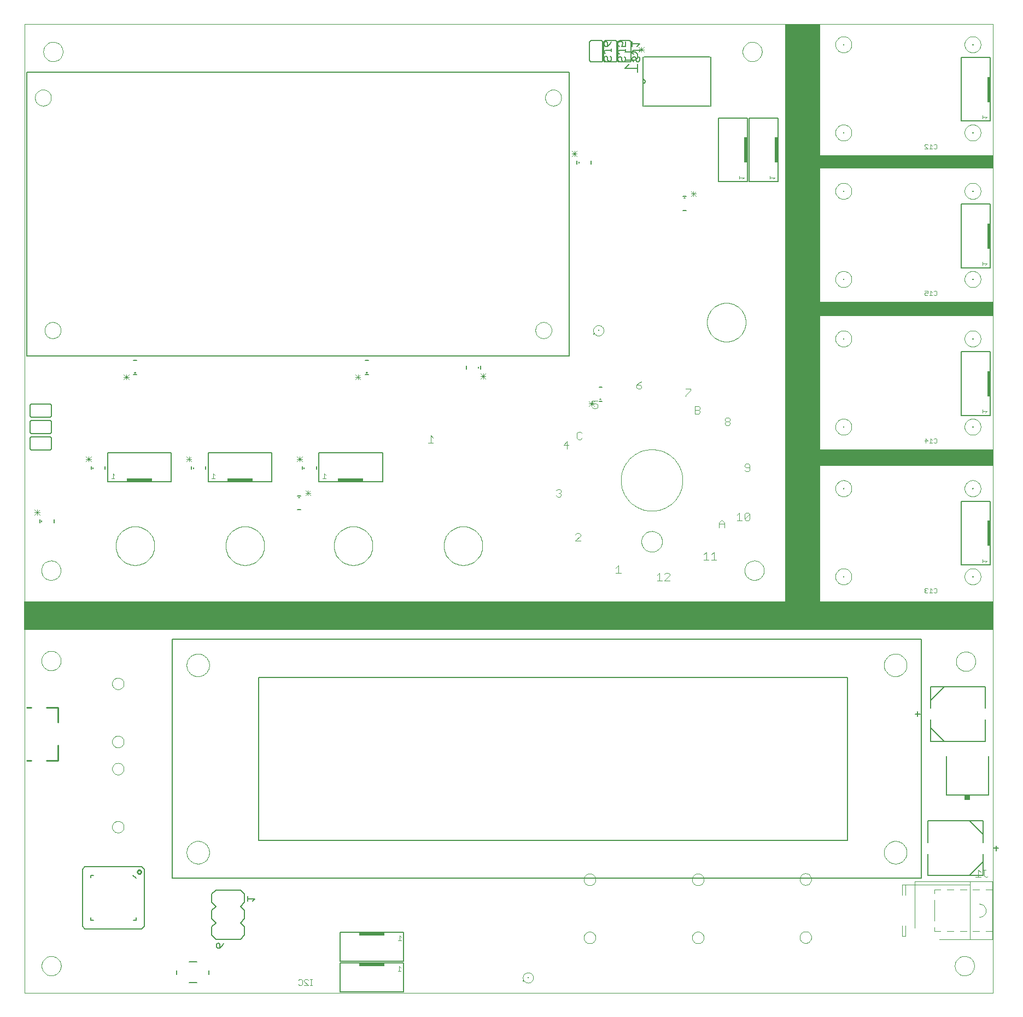
<source format=gbo>
G75*
G70*
%OFA0B0*%
%FSLAX24Y24*%
%IPPOS*%
%LPD*%
%AMOC8*
5,1,8,0,0,1.08239X$1,22.5*
%
%ADD10C,0.0000*%
%ADD11C,0.0030*%
%ADD12R,0.2125X3.5250*%
%ADD13R,5.9055X0.1750*%
%ADD14R,1.0562X0.1000*%
%ADD15R,1.0562X0.0875*%
%ADD16R,1.0562X0.0813*%
%ADD17C,0.0040*%
%ADD18C,0.0060*%
%ADD19C,0.0050*%
%ADD20C,0.0080*%
%ADD21R,0.0197X0.1575*%
%ADD22R,0.1575X0.0197*%
%ADD23C,0.0098*%
%ADD24R,0.0079X0.0079*%
%ADD25C,0.0020*%
%ADD26C,0.0005*%
%ADD27C,0.0100*%
%ADD28C,0.0039*%
%ADD29R,0.0340X0.0300*%
D10*
X001467Y000180D02*
X060522Y000180D01*
X060522Y059235D01*
X001467Y059235D01*
X001467Y000180D01*
X002517Y001821D02*
X002519Y001869D01*
X002525Y001917D01*
X002535Y001964D01*
X002548Y002010D01*
X002566Y002055D01*
X002586Y002099D01*
X002611Y002141D01*
X002639Y002180D01*
X002669Y002217D01*
X002703Y002251D01*
X002740Y002283D01*
X002778Y002312D01*
X002819Y002337D01*
X002862Y002359D01*
X002907Y002377D01*
X002953Y002391D01*
X003000Y002402D01*
X003048Y002409D01*
X003096Y002412D01*
X003144Y002411D01*
X003192Y002406D01*
X003240Y002397D01*
X003286Y002385D01*
X003331Y002368D01*
X003375Y002348D01*
X003417Y002325D01*
X003457Y002298D01*
X003495Y002268D01*
X003530Y002235D01*
X003562Y002199D01*
X003592Y002161D01*
X003618Y002120D01*
X003640Y002077D01*
X003660Y002033D01*
X003675Y001988D01*
X003687Y001941D01*
X003695Y001893D01*
X003699Y001845D01*
X003699Y001797D01*
X003695Y001749D01*
X003687Y001701D01*
X003675Y001654D01*
X003660Y001609D01*
X003640Y001565D01*
X003618Y001522D01*
X003592Y001481D01*
X003562Y001443D01*
X003530Y001407D01*
X003495Y001374D01*
X003457Y001344D01*
X003417Y001317D01*
X003375Y001294D01*
X003331Y001274D01*
X003286Y001257D01*
X003240Y001245D01*
X003192Y001236D01*
X003144Y001231D01*
X003096Y001230D01*
X003048Y001233D01*
X003000Y001240D01*
X002953Y001251D01*
X002907Y001265D01*
X002862Y001283D01*
X002819Y001305D01*
X002778Y001330D01*
X002740Y001359D01*
X002703Y001391D01*
X002669Y001425D01*
X002639Y001462D01*
X002611Y001501D01*
X002586Y001543D01*
X002566Y001587D01*
X002548Y001632D01*
X002535Y001678D01*
X002525Y001725D01*
X002519Y001773D01*
X002517Y001821D01*
X006820Y010293D02*
X006822Y010330D01*
X006828Y010367D01*
X006837Y010403D01*
X006851Y010437D01*
X006868Y010470D01*
X006888Y010502D01*
X006911Y010531D01*
X006937Y010557D01*
X006966Y010580D01*
X006997Y010600D01*
X007031Y010617D01*
X007065Y010631D01*
X007101Y010640D01*
X007138Y010646D01*
X007175Y010648D01*
X007212Y010646D01*
X007249Y010640D01*
X007285Y010631D01*
X007319Y010617D01*
X007352Y010600D01*
X007384Y010580D01*
X007413Y010557D01*
X007439Y010531D01*
X007462Y010502D01*
X007482Y010471D01*
X007499Y010437D01*
X007513Y010403D01*
X007522Y010367D01*
X007528Y010330D01*
X007530Y010293D01*
X007528Y010256D01*
X007522Y010219D01*
X007513Y010183D01*
X007499Y010149D01*
X007482Y010116D01*
X007462Y010084D01*
X007439Y010055D01*
X007413Y010029D01*
X007384Y010006D01*
X007353Y009986D01*
X007319Y009969D01*
X007285Y009955D01*
X007249Y009946D01*
X007212Y009940D01*
X007175Y009938D01*
X007138Y009940D01*
X007101Y009946D01*
X007065Y009955D01*
X007031Y009969D01*
X006998Y009986D01*
X006966Y010006D01*
X006937Y010029D01*
X006911Y010055D01*
X006888Y010084D01*
X006868Y010115D01*
X006851Y010149D01*
X006837Y010183D01*
X006828Y010219D01*
X006822Y010256D01*
X006820Y010293D01*
X006820Y013833D02*
X006822Y013870D01*
X006828Y013907D01*
X006837Y013943D01*
X006851Y013977D01*
X006868Y014010D01*
X006888Y014042D01*
X006911Y014071D01*
X006937Y014097D01*
X006966Y014120D01*
X006997Y014140D01*
X007031Y014157D01*
X007065Y014171D01*
X007101Y014180D01*
X007138Y014186D01*
X007175Y014188D01*
X007212Y014186D01*
X007249Y014180D01*
X007285Y014171D01*
X007319Y014157D01*
X007352Y014140D01*
X007384Y014120D01*
X007413Y014097D01*
X007439Y014071D01*
X007462Y014042D01*
X007482Y014011D01*
X007499Y013977D01*
X007513Y013943D01*
X007522Y013907D01*
X007528Y013870D01*
X007530Y013833D01*
X007528Y013796D01*
X007522Y013759D01*
X007513Y013723D01*
X007499Y013689D01*
X007482Y013656D01*
X007462Y013624D01*
X007439Y013595D01*
X007413Y013569D01*
X007384Y013546D01*
X007353Y013526D01*
X007319Y013509D01*
X007285Y013495D01*
X007249Y013486D01*
X007212Y013480D01*
X007175Y013478D01*
X007138Y013480D01*
X007101Y013486D01*
X007065Y013495D01*
X007031Y013509D01*
X006998Y013526D01*
X006966Y013546D01*
X006937Y013569D01*
X006911Y013595D01*
X006888Y013624D01*
X006868Y013655D01*
X006851Y013689D01*
X006837Y013723D01*
X006828Y013759D01*
X006822Y013796D01*
X006820Y013833D01*
X006820Y015488D02*
X006822Y015525D01*
X006828Y015562D01*
X006837Y015598D01*
X006851Y015632D01*
X006868Y015665D01*
X006888Y015697D01*
X006911Y015726D01*
X006937Y015752D01*
X006966Y015775D01*
X006997Y015795D01*
X007031Y015812D01*
X007065Y015826D01*
X007101Y015835D01*
X007138Y015841D01*
X007175Y015843D01*
X007212Y015841D01*
X007249Y015835D01*
X007285Y015826D01*
X007319Y015812D01*
X007352Y015795D01*
X007384Y015775D01*
X007413Y015752D01*
X007439Y015726D01*
X007462Y015697D01*
X007482Y015666D01*
X007499Y015632D01*
X007513Y015598D01*
X007522Y015562D01*
X007528Y015525D01*
X007530Y015488D01*
X007528Y015451D01*
X007522Y015414D01*
X007513Y015378D01*
X007499Y015344D01*
X007482Y015311D01*
X007462Y015279D01*
X007439Y015250D01*
X007413Y015224D01*
X007384Y015201D01*
X007353Y015181D01*
X007319Y015164D01*
X007285Y015150D01*
X007249Y015141D01*
X007212Y015135D01*
X007175Y015133D01*
X007138Y015135D01*
X007101Y015141D01*
X007065Y015150D01*
X007031Y015164D01*
X006998Y015181D01*
X006966Y015201D01*
X006937Y015224D01*
X006911Y015250D01*
X006888Y015279D01*
X006868Y015310D01*
X006851Y015344D01*
X006837Y015378D01*
X006828Y015414D01*
X006822Y015451D01*
X006820Y015488D01*
X006820Y019028D02*
X006822Y019065D01*
X006828Y019102D01*
X006837Y019138D01*
X006851Y019172D01*
X006868Y019205D01*
X006888Y019237D01*
X006911Y019266D01*
X006937Y019292D01*
X006966Y019315D01*
X006997Y019335D01*
X007031Y019352D01*
X007065Y019366D01*
X007101Y019375D01*
X007138Y019381D01*
X007175Y019383D01*
X007212Y019381D01*
X007249Y019375D01*
X007285Y019366D01*
X007319Y019352D01*
X007352Y019335D01*
X007384Y019315D01*
X007413Y019292D01*
X007439Y019266D01*
X007462Y019237D01*
X007482Y019206D01*
X007499Y019172D01*
X007513Y019138D01*
X007522Y019102D01*
X007528Y019065D01*
X007530Y019028D01*
X007528Y018991D01*
X007522Y018954D01*
X007513Y018918D01*
X007499Y018884D01*
X007482Y018851D01*
X007462Y018819D01*
X007439Y018790D01*
X007413Y018764D01*
X007384Y018741D01*
X007353Y018721D01*
X007319Y018704D01*
X007285Y018690D01*
X007249Y018681D01*
X007212Y018675D01*
X007175Y018673D01*
X007138Y018675D01*
X007101Y018681D01*
X007065Y018690D01*
X007031Y018704D01*
X006998Y018721D01*
X006966Y018741D01*
X006937Y018764D01*
X006911Y018790D01*
X006888Y018819D01*
X006868Y018850D01*
X006851Y018884D01*
X006837Y018918D01*
X006828Y018954D01*
X006822Y018991D01*
X006820Y019028D01*
X002507Y020423D02*
X002509Y020471D01*
X002515Y020519D01*
X002525Y020566D01*
X002538Y020612D01*
X002556Y020657D01*
X002576Y020701D01*
X002601Y020743D01*
X002629Y020782D01*
X002659Y020819D01*
X002693Y020853D01*
X002730Y020885D01*
X002768Y020914D01*
X002809Y020939D01*
X002852Y020961D01*
X002897Y020979D01*
X002943Y020993D01*
X002990Y021004D01*
X003038Y021011D01*
X003086Y021014D01*
X003134Y021013D01*
X003182Y021008D01*
X003230Y020999D01*
X003276Y020987D01*
X003321Y020970D01*
X003365Y020950D01*
X003407Y020927D01*
X003447Y020900D01*
X003485Y020870D01*
X003520Y020837D01*
X003552Y020801D01*
X003582Y020763D01*
X003608Y020722D01*
X003630Y020679D01*
X003650Y020635D01*
X003665Y020590D01*
X003677Y020543D01*
X003685Y020495D01*
X003689Y020447D01*
X003689Y020399D01*
X003685Y020351D01*
X003677Y020303D01*
X003665Y020256D01*
X003650Y020211D01*
X003630Y020167D01*
X003608Y020124D01*
X003582Y020083D01*
X003552Y020045D01*
X003520Y020009D01*
X003485Y019976D01*
X003447Y019946D01*
X003407Y019919D01*
X003365Y019896D01*
X003321Y019876D01*
X003276Y019859D01*
X003230Y019847D01*
X003182Y019838D01*
X003134Y019833D01*
X003086Y019832D01*
X003038Y019835D01*
X002990Y019842D01*
X002943Y019853D01*
X002897Y019867D01*
X002852Y019885D01*
X002809Y019907D01*
X002768Y019932D01*
X002730Y019961D01*
X002693Y019993D01*
X002659Y020027D01*
X002629Y020064D01*
X002601Y020103D01*
X002576Y020145D01*
X002556Y020189D01*
X002538Y020234D01*
X002525Y020280D01*
X002515Y020327D01*
X002509Y020375D01*
X002507Y020423D01*
X001467Y024305D02*
X001467Y059174D01*
X002626Y057555D02*
X002628Y057603D01*
X002634Y057651D01*
X002644Y057698D01*
X002657Y057744D01*
X002675Y057789D01*
X002695Y057833D01*
X002720Y057875D01*
X002748Y057914D01*
X002778Y057951D01*
X002812Y057985D01*
X002849Y058017D01*
X002887Y058046D01*
X002928Y058071D01*
X002971Y058093D01*
X003016Y058111D01*
X003062Y058125D01*
X003109Y058136D01*
X003157Y058143D01*
X003205Y058146D01*
X003253Y058145D01*
X003301Y058140D01*
X003349Y058131D01*
X003395Y058119D01*
X003440Y058102D01*
X003484Y058082D01*
X003526Y058059D01*
X003566Y058032D01*
X003604Y058002D01*
X003639Y057969D01*
X003671Y057933D01*
X003701Y057895D01*
X003727Y057854D01*
X003749Y057811D01*
X003769Y057767D01*
X003784Y057722D01*
X003796Y057675D01*
X003804Y057627D01*
X003808Y057579D01*
X003808Y057531D01*
X003804Y057483D01*
X003796Y057435D01*
X003784Y057388D01*
X003769Y057343D01*
X003749Y057299D01*
X003727Y057256D01*
X003701Y057215D01*
X003671Y057177D01*
X003639Y057141D01*
X003604Y057108D01*
X003566Y057078D01*
X003526Y057051D01*
X003484Y057028D01*
X003440Y057008D01*
X003395Y056991D01*
X003349Y056979D01*
X003301Y056970D01*
X003253Y056965D01*
X003205Y056964D01*
X003157Y056967D01*
X003109Y056974D01*
X003062Y056985D01*
X003016Y056999D01*
X002971Y057017D01*
X002928Y057039D01*
X002887Y057064D01*
X002849Y057093D01*
X002812Y057125D01*
X002778Y057159D01*
X002748Y057196D01*
X002720Y057235D01*
X002695Y057277D01*
X002675Y057321D01*
X002657Y057366D01*
X002644Y057412D01*
X002634Y057459D01*
X002628Y057507D01*
X002626Y057555D01*
X002114Y054742D02*
X002116Y054786D01*
X002122Y054830D01*
X002132Y054873D01*
X002145Y054915D01*
X002163Y054955D01*
X002184Y054994D01*
X002208Y055031D01*
X002235Y055066D01*
X002266Y055098D01*
X002299Y055127D01*
X002335Y055153D01*
X002373Y055175D01*
X002413Y055194D01*
X002454Y055210D01*
X002497Y055222D01*
X002540Y055230D01*
X002584Y055234D01*
X002628Y055234D01*
X002672Y055230D01*
X002715Y055222D01*
X002758Y055210D01*
X002799Y055194D01*
X002839Y055175D01*
X002877Y055153D01*
X002913Y055127D01*
X002946Y055098D01*
X002977Y055066D01*
X003004Y055031D01*
X003028Y054994D01*
X003049Y054955D01*
X003067Y054915D01*
X003080Y054873D01*
X003090Y054830D01*
X003096Y054786D01*
X003098Y054742D01*
X003096Y054698D01*
X003090Y054654D01*
X003080Y054611D01*
X003067Y054569D01*
X003049Y054529D01*
X003028Y054490D01*
X003004Y054453D01*
X002977Y054418D01*
X002946Y054386D01*
X002913Y054357D01*
X002877Y054331D01*
X002839Y054309D01*
X002799Y054290D01*
X002758Y054274D01*
X002715Y054262D01*
X002672Y054254D01*
X002628Y054250D01*
X002584Y054250D01*
X002540Y054254D01*
X002497Y054262D01*
X002454Y054274D01*
X002413Y054290D01*
X002373Y054309D01*
X002335Y054331D01*
X002299Y054357D01*
X002266Y054386D01*
X002235Y054418D01*
X002208Y054453D01*
X002184Y054490D01*
X002163Y054529D01*
X002145Y054569D01*
X002132Y054611D01*
X002122Y054654D01*
X002116Y054698D01*
X002114Y054742D01*
X002705Y040568D02*
X002707Y040612D01*
X002713Y040656D01*
X002723Y040699D01*
X002736Y040741D01*
X002754Y040781D01*
X002775Y040820D01*
X002799Y040857D01*
X002826Y040892D01*
X002857Y040924D01*
X002890Y040953D01*
X002926Y040979D01*
X002964Y041001D01*
X003004Y041020D01*
X003045Y041036D01*
X003088Y041048D01*
X003131Y041056D01*
X003175Y041060D01*
X003219Y041060D01*
X003263Y041056D01*
X003306Y041048D01*
X003349Y041036D01*
X003390Y041020D01*
X003430Y041001D01*
X003468Y040979D01*
X003504Y040953D01*
X003537Y040924D01*
X003568Y040892D01*
X003595Y040857D01*
X003619Y040820D01*
X003640Y040781D01*
X003658Y040741D01*
X003671Y040699D01*
X003681Y040656D01*
X003687Y040612D01*
X003689Y040568D01*
X003687Y040524D01*
X003681Y040480D01*
X003671Y040437D01*
X003658Y040395D01*
X003640Y040355D01*
X003619Y040316D01*
X003595Y040279D01*
X003568Y040244D01*
X003537Y040212D01*
X003504Y040183D01*
X003468Y040157D01*
X003430Y040135D01*
X003390Y040116D01*
X003349Y040100D01*
X003306Y040088D01*
X003263Y040080D01*
X003219Y040076D01*
X003175Y040076D01*
X003131Y040080D01*
X003088Y040088D01*
X003045Y040100D01*
X003004Y040116D01*
X002964Y040135D01*
X002926Y040157D01*
X002890Y040183D01*
X002857Y040212D01*
X002826Y040244D01*
X002799Y040279D01*
X002775Y040316D01*
X002754Y040355D01*
X002736Y040395D01*
X002723Y040437D01*
X002713Y040480D01*
X002707Y040524D01*
X002705Y040568D01*
X007036Y027430D02*
X007038Y027499D01*
X007044Y027567D01*
X007054Y027635D01*
X007068Y027702D01*
X007086Y027769D01*
X007107Y027834D01*
X007133Y027898D01*
X007162Y027960D01*
X007194Y028020D01*
X007230Y028079D01*
X007270Y028135D01*
X007312Y028189D01*
X007358Y028240D01*
X007407Y028289D01*
X007458Y028335D01*
X007512Y028377D01*
X007568Y028417D01*
X007626Y028453D01*
X007687Y028485D01*
X007749Y028514D01*
X007813Y028540D01*
X007878Y028561D01*
X007945Y028579D01*
X008012Y028593D01*
X008080Y028603D01*
X008148Y028609D01*
X008217Y028611D01*
X008286Y028609D01*
X008354Y028603D01*
X008422Y028593D01*
X008489Y028579D01*
X008556Y028561D01*
X008621Y028540D01*
X008685Y028514D01*
X008747Y028485D01*
X008807Y028453D01*
X008866Y028417D01*
X008922Y028377D01*
X008976Y028335D01*
X009027Y028289D01*
X009076Y028240D01*
X009122Y028189D01*
X009164Y028135D01*
X009204Y028079D01*
X009240Y028020D01*
X009272Y027960D01*
X009301Y027898D01*
X009327Y027834D01*
X009348Y027769D01*
X009366Y027702D01*
X009380Y027635D01*
X009390Y027567D01*
X009396Y027499D01*
X009398Y027430D01*
X009396Y027361D01*
X009390Y027293D01*
X009380Y027225D01*
X009366Y027158D01*
X009348Y027091D01*
X009327Y027026D01*
X009301Y026962D01*
X009272Y026900D01*
X009240Y026839D01*
X009204Y026781D01*
X009164Y026725D01*
X009122Y026671D01*
X009076Y026620D01*
X009027Y026571D01*
X008976Y026525D01*
X008922Y026483D01*
X008866Y026443D01*
X008808Y026407D01*
X008747Y026375D01*
X008685Y026346D01*
X008621Y026320D01*
X008556Y026299D01*
X008489Y026281D01*
X008422Y026267D01*
X008354Y026257D01*
X008286Y026251D01*
X008217Y026249D01*
X008148Y026251D01*
X008080Y026257D01*
X008012Y026267D01*
X007945Y026281D01*
X007878Y026299D01*
X007813Y026320D01*
X007749Y026346D01*
X007687Y026375D01*
X007626Y026407D01*
X007568Y026443D01*
X007512Y026483D01*
X007458Y026525D01*
X007407Y026571D01*
X007358Y026620D01*
X007312Y026671D01*
X007270Y026725D01*
X007230Y026781D01*
X007194Y026839D01*
X007162Y026900D01*
X007133Y026962D01*
X007107Y027026D01*
X007086Y027091D01*
X007068Y027158D01*
X007054Y027225D01*
X007044Y027293D01*
X007038Y027361D01*
X007036Y027430D01*
X002501Y025930D02*
X002503Y025978D01*
X002509Y026026D01*
X002519Y026073D01*
X002532Y026119D01*
X002550Y026164D01*
X002570Y026208D01*
X002595Y026250D01*
X002623Y026289D01*
X002653Y026326D01*
X002687Y026360D01*
X002724Y026392D01*
X002762Y026421D01*
X002803Y026446D01*
X002846Y026468D01*
X002891Y026486D01*
X002937Y026500D01*
X002984Y026511D01*
X003032Y026518D01*
X003080Y026521D01*
X003128Y026520D01*
X003176Y026515D01*
X003224Y026506D01*
X003270Y026494D01*
X003315Y026477D01*
X003359Y026457D01*
X003401Y026434D01*
X003441Y026407D01*
X003479Y026377D01*
X003514Y026344D01*
X003546Y026308D01*
X003576Y026270D01*
X003602Y026229D01*
X003624Y026186D01*
X003644Y026142D01*
X003659Y026097D01*
X003671Y026050D01*
X003679Y026002D01*
X003683Y025954D01*
X003683Y025906D01*
X003679Y025858D01*
X003671Y025810D01*
X003659Y025763D01*
X003644Y025718D01*
X003624Y025674D01*
X003602Y025631D01*
X003576Y025590D01*
X003546Y025552D01*
X003514Y025516D01*
X003479Y025483D01*
X003441Y025453D01*
X003401Y025426D01*
X003359Y025403D01*
X003315Y025383D01*
X003270Y025366D01*
X003224Y025354D01*
X003176Y025345D01*
X003128Y025340D01*
X003080Y025339D01*
X003032Y025342D01*
X002984Y025349D01*
X002937Y025360D01*
X002891Y025374D01*
X002846Y025392D01*
X002803Y025414D01*
X002762Y025439D01*
X002724Y025468D01*
X002687Y025500D01*
X002653Y025534D01*
X002623Y025571D01*
X002595Y025610D01*
X002570Y025652D01*
X002550Y025696D01*
X002532Y025741D01*
X002519Y025787D01*
X002509Y025834D01*
X002503Y025882D01*
X002501Y025930D01*
X011361Y020155D02*
X011363Y020207D01*
X011369Y020259D01*
X011379Y020310D01*
X011392Y020360D01*
X011410Y020410D01*
X011431Y020457D01*
X011455Y020503D01*
X011484Y020547D01*
X011515Y020589D01*
X011549Y020628D01*
X011586Y020665D01*
X011626Y020698D01*
X011669Y020729D01*
X011713Y020756D01*
X011759Y020780D01*
X011808Y020800D01*
X011857Y020816D01*
X011908Y020829D01*
X011959Y020838D01*
X012011Y020843D01*
X012063Y020844D01*
X012115Y020841D01*
X012167Y020834D01*
X012218Y020823D01*
X012268Y020809D01*
X012317Y020790D01*
X012364Y020768D01*
X012409Y020743D01*
X012453Y020714D01*
X012494Y020682D01*
X012533Y020647D01*
X012568Y020609D01*
X012601Y020568D01*
X012631Y020526D01*
X012657Y020481D01*
X012680Y020434D01*
X012699Y020385D01*
X012715Y020335D01*
X012727Y020285D01*
X012735Y020233D01*
X012739Y020181D01*
X012739Y020129D01*
X012735Y020077D01*
X012727Y020025D01*
X012715Y019975D01*
X012699Y019925D01*
X012680Y019876D01*
X012657Y019829D01*
X012631Y019784D01*
X012601Y019742D01*
X012568Y019701D01*
X012533Y019663D01*
X012494Y019628D01*
X012453Y019596D01*
X012409Y019567D01*
X012364Y019542D01*
X012317Y019520D01*
X012268Y019501D01*
X012218Y019487D01*
X012167Y019476D01*
X012115Y019469D01*
X012063Y019466D01*
X012011Y019467D01*
X011959Y019472D01*
X011908Y019481D01*
X011857Y019494D01*
X011808Y019510D01*
X011759Y019530D01*
X011713Y019554D01*
X011669Y019581D01*
X011626Y019612D01*
X011586Y019645D01*
X011549Y019682D01*
X011515Y019721D01*
X011484Y019763D01*
X011455Y019807D01*
X011431Y019853D01*
X011410Y019900D01*
X011392Y019950D01*
X011379Y020000D01*
X011369Y020051D01*
X011363Y020103D01*
X011361Y020155D01*
X013736Y027430D02*
X013738Y027499D01*
X013744Y027567D01*
X013754Y027635D01*
X013768Y027702D01*
X013786Y027769D01*
X013807Y027834D01*
X013833Y027898D01*
X013862Y027960D01*
X013894Y028020D01*
X013930Y028079D01*
X013970Y028135D01*
X014012Y028189D01*
X014058Y028240D01*
X014107Y028289D01*
X014158Y028335D01*
X014212Y028377D01*
X014268Y028417D01*
X014326Y028453D01*
X014387Y028485D01*
X014449Y028514D01*
X014513Y028540D01*
X014578Y028561D01*
X014645Y028579D01*
X014712Y028593D01*
X014780Y028603D01*
X014848Y028609D01*
X014917Y028611D01*
X014986Y028609D01*
X015054Y028603D01*
X015122Y028593D01*
X015189Y028579D01*
X015256Y028561D01*
X015321Y028540D01*
X015385Y028514D01*
X015447Y028485D01*
X015507Y028453D01*
X015566Y028417D01*
X015622Y028377D01*
X015676Y028335D01*
X015727Y028289D01*
X015776Y028240D01*
X015822Y028189D01*
X015864Y028135D01*
X015904Y028079D01*
X015940Y028020D01*
X015972Y027960D01*
X016001Y027898D01*
X016027Y027834D01*
X016048Y027769D01*
X016066Y027702D01*
X016080Y027635D01*
X016090Y027567D01*
X016096Y027499D01*
X016098Y027430D01*
X016096Y027361D01*
X016090Y027293D01*
X016080Y027225D01*
X016066Y027158D01*
X016048Y027091D01*
X016027Y027026D01*
X016001Y026962D01*
X015972Y026900D01*
X015940Y026839D01*
X015904Y026781D01*
X015864Y026725D01*
X015822Y026671D01*
X015776Y026620D01*
X015727Y026571D01*
X015676Y026525D01*
X015622Y026483D01*
X015566Y026443D01*
X015508Y026407D01*
X015447Y026375D01*
X015385Y026346D01*
X015321Y026320D01*
X015256Y026299D01*
X015189Y026281D01*
X015122Y026267D01*
X015054Y026257D01*
X014986Y026251D01*
X014917Y026249D01*
X014848Y026251D01*
X014780Y026257D01*
X014712Y026267D01*
X014645Y026281D01*
X014578Y026299D01*
X014513Y026320D01*
X014449Y026346D01*
X014387Y026375D01*
X014326Y026407D01*
X014268Y026443D01*
X014212Y026483D01*
X014158Y026525D01*
X014107Y026571D01*
X014058Y026620D01*
X014012Y026671D01*
X013970Y026725D01*
X013930Y026781D01*
X013894Y026839D01*
X013862Y026900D01*
X013833Y026962D01*
X013807Y027026D01*
X013786Y027091D01*
X013768Y027158D01*
X013754Y027225D01*
X013744Y027293D01*
X013738Y027361D01*
X013736Y027430D01*
X020336Y027430D02*
X020338Y027499D01*
X020344Y027567D01*
X020354Y027635D01*
X020368Y027702D01*
X020386Y027769D01*
X020407Y027834D01*
X020433Y027898D01*
X020462Y027960D01*
X020494Y028020D01*
X020530Y028079D01*
X020570Y028135D01*
X020612Y028189D01*
X020658Y028240D01*
X020707Y028289D01*
X020758Y028335D01*
X020812Y028377D01*
X020868Y028417D01*
X020926Y028453D01*
X020987Y028485D01*
X021049Y028514D01*
X021113Y028540D01*
X021178Y028561D01*
X021245Y028579D01*
X021312Y028593D01*
X021380Y028603D01*
X021448Y028609D01*
X021517Y028611D01*
X021586Y028609D01*
X021654Y028603D01*
X021722Y028593D01*
X021789Y028579D01*
X021856Y028561D01*
X021921Y028540D01*
X021985Y028514D01*
X022047Y028485D01*
X022107Y028453D01*
X022166Y028417D01*
X022222Y028377D01*
X022276Y028335D01*
X022327Y028289D01*
X022376Y028240D01*
X022422Y028189D01*
X022464Y028135D01*
X022504Y028079D01*
X022540Y028020D01*
X022572Y027960D01*
X022601Y027898D01*
X022627Y027834D01*
X022648Y027769D01*
X022666Y027702D01*
X022680Y027635D01*
X022690Y027567D01*
X022696Y027499D01*
X022698Y027430D01*
X022696Y027361D01*
X022690Y027293D01*
X022680Y027225D01*
X022666Y027158D01*
X022648Y027091D01*
X022627Y027026D01*
X022601Y026962D01*
X022572Y026900D01*
X022540Y026839D01*
X022504Y026781D01*
X022464Y026725D01*
X022422Y026671D01*
X022376Y026620D01*
X022327Y026571D01*
X022276Y026525D01*
X022222Y026483D01*
X022166Y026443D01*
X022108Y026407D01*
X022047Y026375D01*
X021985Y026346D01*
X021921Y026320D01*
X021856Y026299D01*
X021789Y026281D01*
X021722Y026267D01*
X021654Y026257D01*
X021586Y026251D01*
X021517Y026249D01*
X021448Y026251D01*
X021380Y026257D01*
X021312Y026267D01*
X021245Y026281D01*
X021178Y026299D01*
X021113Y026320D01*
X021049Y026346D01*
X020987Y026375D01*
X020926Y026407D01*
X020868Y026443D01*
X020812Y026483D01*
X020758Y026525D01*
X020707Y026571D01*
X020658Y026620D01*
X020612Y026671D01*
X020570Y026725D01*
X020530Y026781D01*
X020494Y026839D01*
X020462Y026900D01*
X020433Y026962D01*
X020407Y027026D01*
X020386Y027091D01*
X020368Y027158D01*
X020354Y027225D01*
X020344Y027293D01*
X020338Y027361D01*
X020336Y027430D01*
X027036Y027430D02*
X027038Y027499D01*
X027044Y027567D01*
X027054Y027635D01*
X027068Y027702D01*
X027086Y027769D01*
X027107Y027834D01*
X027133Y027898D01*
X027162Y027960D01*
X027194Y028020D01*
X027230Y028079D01*
X027270Y028135D01*
X027312Y028189D01*
X027358Y028240D01*
X027407Y028289D01*
X027458Y028335D01*
X027512Y028377D01*
X027568Y028417D01*
X027626Y028453D01*
X027687Y028485D01*
X027749Y028514D01*
X027813Y028540D01*
X027878Y028561D01*
X027945Y028579D01*
X028012Y028593D01*
X028080Y028603D01*
X028148Y028609D01*
X028217Y028611D01*
X028286Y028609D01*
X028354Y028603D01*
X028422Y028593D01*
X028489Y028579D01*
X028556Y028561D01*
X028621Y028540D01*
X028685Y028514D01*
X028747Y028485D01*
X028807Y028453D01*
X028866Y028417D01*
X028922Y028377D01*
X028976Y028335D01*
X029027Y028289D01*
X029076Y028240D01*
X029122Y028189D01*
X029164Y028135D01*
X029204Y028079D01*
X029240Y028020D01*
X029272Y027960D01*
X029301Y027898D01*
X029327Y027834D01*
X029348Y027769D01*
X029366Y027702D01*
X029380Y027635D01*
X029390Y027567D01*
X029396Y027499D01*
X029398Y027430D01*
X029396Y027361D01*
X029390Y027293D01*
X029380Y027225D01*
X029366Y027158D01*
X029348Y027091D01*
X029327Y027026D01*
X029301Y026962D01*
X029272Y026900D01*
X029240Y026839D01*
X029204Y026781D01*
X029164Y026725D01*
X029122Y026671D01*
X029076Y026620D01*
X029027Y026571D01*
X028976Y026525D01*
X028922Y026483D01*
X028866Y026443D01*
X028808Y026407D01*
X028747Y026375D01*
X028685Y026346D01*
X028621Y026320D01*
X028556Y026299D01*
X028489Y026281D01*
X028422Y026267D01*
X028354Y026257D01*
X028286Y026251D01*
X028217Y026249D01*
X028148Y026251D01*
X028080Y026257D01*
X028012Y026267D01*
X027945Y026281D01*
X027878Y026299D01*
X027813Y026320D01*
X027749Y026346D01*
X027687Y026375D01*
X027626Y026407D01*
X027568Y026443D01*
X027512Y026483D01*
X027458Y026525D01*
X027407Y026571D01*
X027358Y026620D01*
X027312Y026671D01*
X027270Y026725D01*
X027230Y026781D01*
X027194Y026839D01*
X027162Y026900D01*
X027133Y026962D01*
X027107Y027026D01*
X027086Y027091D01*
X027068Y027158D01*
X027054Y027225D01*
X027044Y027293D01*
X027038Y027361D01*
X027036Y027430D01*
X039087Y027690D02*
X039089Y027740D01*
X039095Y027790D01*
X039105Y027839D01*
X039119Y027887D01*
X039136Y027934D01*
X039157Y027979D01*
X039182Y028023D01*
X039210Y028064D01*
X039242Y028103D01*
X039276Y028140D01*
X039313Y028174D01*
X039353Y028204D01*
X039395Y028231D01*
X039439Y028255D01*
X039485Y028276D01*
X039532Y028292D01*
X039580Y028305D01*
X039630Y028314D01*
X039679Y028319D01*
X039730Y028320D01*
X039780Y028317D01*
X039829Y028310D01*
X039878Y028299D01*
X039926Y028284D01*
X039972Y028266D01*
X040017Y028244D01*
X040060Y028218D01*
X040101Y028189D01*
X040140Y028157D01*
X040176Y028122D01*
X040208Y028084D01*
X040238Y028044D01*
X040265Y028001D01*
X040288Y027957D01*
X040307Y027911D01*
X040323Y027863D01*
X040335Y027814D01*
X040343Y027765D01*
X040347Y027715D01*
X040347Y027665D01*
X040343Y027615D01*
X040335Y027566D01*
X040323Y027517D01*
X040307Y027469D01*
X040288Y027423D01*
X040265Y027379D01*
X040238Y027336D01*
X040208Y027296D01*
X040176Y027258D01*
X040140Y027223D01*
X040101Y027191D01*
X040060Y027162D01*
X040017Y027136D01*
X039972Y027114D01*
X039926Y027096D01*
X039878Y027081D01*
X039829Y027070D01*
X039780Y027063D01*
X039730Y027060D01*
X039679Y027061D01*
X039630Y027066D01*
X039580Y027075D01*
X039532Y027088D01*
X039485Y027104D01*
X039439Y027125D01*
X039395Y027149D01*
X039353Y027176D01*
X039313Y027206D01*
X039276Y027240D01*
X039242Y027277D01*
X039210Y027316D01*
X039182Y027357D01*
X039157Y027401D01*
X039136Y027446D01*
X039119Y027493D01*
X039105Y027541D01*
X039095Y027590D01*
X039089Y027640D01*
X039087Y027690D01*
X037842Y031430D02*
X037844Y031522D01*
X037851Y031614D01*
X037862Y031705D01*
X037878Y031796D01*
X037898Y031886D01*
X037923Y031974D01*
X037952Y032062D01*
X037985Y032148D01*
X038022Y032232D01*
X038063Y032314D01*
X038109Y032394D01*
X038158Y032472D01*
X038211Y032547D01*
X038268Y032619D01*
X038328Y032689D01*
X038391Y032756D01*
X038458Y032819D01*
X038528Y032879D01*
X038600Y032936D01*
X038675Y032989D01*
X038753Y033038D01*
X038833Y033084D01*
X038915Y033125D01*
X038999Y033162D01*
X039085Y033195D01*
X039173Y033224D01*
X039261Y033249D01*
X039351Y033269D01*
X039442Y033285D01*
X039533Y033296D01*
X039625Y033303D01*
X039717Y033305D01*
X039809Y033303D01*
X039901Y033296D01*
X039992Y033285D01*
X040083Y033269D01*
X040173Y033249D01*
X040261Y033224D01*
X040349Y033195D01*
X040435Y033162D01*
X040519Y033125D01*
X040601Y033084D01*
X040681Y033038D01*
X040759Y032989D01*
X040834Y032936D01*
X040906Y032879D01*
X040976Y032819D01*
X041043Y032756D01*
X041106Y032689D01*
X041166Y032619D01*
X041223Y032547D01*
X041276Y032472D01*
X041325Y032394D01*
X041371Y032314D01*
X041412Y032232D01*
X041449Y032148D01*
X041482Y032062D01*
X041511Y031974D01*
X041536Y031886D01*
X041556Y031796D01*
X041572Y031705D01*
X041583Y031614D01*
X041590Y031522D01*
X041592Y031430D01*
X041590Y031338D01*
X041583Y031246D01*
X041572Y031155D01*
X041556Y031064D01*
X041536Y030974D01*
X041511Y030886D01*
X041482Y030798D01*
X041449Y030712D01*
X041412Y030628D01*
X041371Y030546D01*
X041325Y030466D01*
X041276Y030388D01*
X041223Y030313D01*
X041166Y030241D01*
X041106Y030171D01*
X041043Y030104D01*
X040976Y030041D01*
X040906Y029981D01*
X040834Y029924D01*
X040759Y029871D01*
X040681Y029822D01*
X040601Y029776D01*
X040519Y029735D01*
X040435Y029698D01*
X040349Y029665D01*
X040261Y029636D01*
X040173Y029611D01*
X040083Y029591D01*
X039992Y029575D01*
X039901Y029564D01*
X039809Y029557D01*
X039717Y029555D01*
X039625Y029557D01*
X039533Y029564D01*
X039442Y029575D01*
X039351Y029591D01*
X039261Y029611D01*
X039173Y029636D01*
X039085Y029665D01*
X038999Y029698D01*
X038915Y029735D01*
X038833Y029776D01*
X038753Y029822D01*
X038675Y029871D01*
X038600Y029924D01*
X038528Y029981D01*
X038458Y030041D01*
X038391Y030104D01*
X038328Y030171D01*
X038268Y030241D01*
X038211Y030313D01*
X038158Y030388D01*
X038109Y030466D01*
X038063Y030546D01*
X038022Y030628D01*
X037985Y030712D01*
X037952Y030798D01*
X037923Y030886D01*
X037898Y030974D01*
X037878Y031064D01*
X037862Y031155D01*
X037851Y031246D01*
X037844Y031338D01*
X037842Y031430D01*
X045376Y025930D02*
X045378Y025978D01*
X045384Y026026D01*
X045394Y026073D01*
X045407Y026119D01*
X045425Y026164D01*
X045445Y026208D01*
X045470Y026250D01*
X045498Y026289D01*
X045528Y026326D01*
X045562Y026360D01*
X045599Y026392D01*
X045637Y026421D01*
X045678Y026446D01*
X045721Y026468D01*
X045766Y026486D01*
X045812Y026500D01*
X045859Y026511D01*
X045907Y026518D01*
X045955Y026521D01*
X046003Y026520D01*
X046051Y026515D01*
X046099Y026506D01*
X046145Y026494D01*
X046190Y026477D01*
X046234Y026457D01*
X046276Y026434D01*
X046316Y026407D01*
X046354Y026377D01*
X046389Y026344D01*
X046421Y026308D01*
X046451Y026270D01*
X046477Y026229D01*
X046499Y026186D01*
X046519Y026142D01*
X046534Y026097D01*
X046546Y026050D01*
X046554Y026002D01*
X046558Y025954D01*
X046558Y025906D01*
X046554Y025858D01*
X046546Y025810D01*
X046534Y025763D01*
X046519Y025718D01*
X046499Y025674D01*
X046477Y025631D01*
X046451Y025590D01*
X046421Y025552D01*
X046389Y025516D01*
X046354Y025483D01*
X046316Y025453D01*
X046276Y025426D01*
X046234Y025403D01*
X046190Y025383D01*
X046145Y025366D01*
X046099Y025354D01*
X046051Y025345D01*
X046003Y025340D01*
X045955Y025339D01*
X045907Y025342D01*
X045859Y025349D01*
X045812Y025360D01*
X045766Y025374D01*
X045721Y025392D01*
X045678Y025414D01*
X045637Y025439D01*
X045599Y025468D01*
X045562Y025500D01*
X045528Y025534D01*
X045498Y025571D01*
X045470Y025610D01*
X045445Y025652D01*
X045425Y025696D01*
X045407Y025741D01*
X045394Y025787D01*
X045384Y025834D01*
X045378Y025882D01*
X045376Y025930D01*
X050913Y025555D02*
X050915Y025599D01*
X050921Y025643D01*
X050931Y025686D01*
X050944Y025728D01*
X050962Y025768D01*
X050983Y025807D01*
X051007Y025844D01*
X051034Y025879D01*
X051065Y025911D01*
X051098Y025940D01*
X051134Y025966D01*
X051172Y025988D01*
X051212Y026007D01*
X051253Y026023D01*
X051296Y026035D01*
X051339Y026043D01*
X051383Y026047D01*
X051427Y026047D01*
X051471Y026043D01*
X051514Y026035D01*
X051557Y026023D01*
X051598Y026007D01*
X051638Y025988D01*
X051676Y025966D01*
X051712Y025940D01*
X051745Y025911D01*
X051776Y025879D01*
X051803Y025844D01*
X051827Y025807D01*
X051848Y025768D01*
X051866Y025728D01*
X051879Y025686D01*
X051889Y025643D01*
X051895Y025599D01*
X051897Y025555D01*
X051895Y025511D01*
X051889Y025467D01*
X051879Y025424D01*
X051866Y025382D01*
X051848Y025342D01*
X051827Y025303D01*
X051803Y025266D01*
X051776Y025231D01*
X051745Y025199D01*
X051712Y025170D01*
X051676Y025144D01*
X051638Y025122D01*
X051598Y025103D01*
X051557Y025087D01*
X051514Y025075D01*
X051471Y025067D01*
X051427Y025063D01*
X051383Y025063D01*
X051339Y025067D01*
X051296Y025075D01*
X051253Y025087D01*
X051212Y025103D01*
X051172Y025122D01*
X051134Y025144D01*
X051098Y025170D01*
X051065Y025199D01*
X051034Y025231D01*
X051007Y025266D01*
X050983Y025303D01*
X050962Y025342D01*
X050944Y025382D01*
X050931Y025424D01*
X050921Y025467D01*
X050915Y025511D01*
X050913Y025555D01*
X050913Y030930D02*
X050915Y030974D01*
X050921Y031018D01*
X050931Y031061D01*
X050944Y031103D01*
X050962Y031143D01*
X050983Y031182D01*
X051007Y031219D01*
X051034Y031254D01*
X051065Y031286D01*
X051098Y031315D01*
X051134Y031341D01*
X051172Y031363D01*
X051212Y031382D01*
X051253Y031398D01*
X051296Y031410D01*
X051339Y031418D01*
X051383Y031422D01*
X051427Y031422D01*
X051471Y031418D01*
X051514Y031410D01*
X051557Y031398D01*
X051598Y031382D01*
X051638Y031363D01*
X051676Y031341D01*
X051712Y031315D01*
X051745Y031286D01*
X051776Y031254D01*
X051803Y031219D01*
X051827Y031182D01*
X051848Y031143D01*
X051866Y031103D01*
X051879Y031061D01*
X051889Y031018D01*
X051895Y030974D01*
X051897Y030930D01*
X051895Y030886D01*
X051889Y030842D01*
X051879Y030799D01*
X051866Y030757D01*
X051848Y030717D01*
X051827Y030678D01*
X051803Y030641D01*
X051776Y030606D01*
X051745Y030574D01*
X051712Y030545D01*
X051676Y030519D01*
X051638Y030497D01*
X051598Y030478D01*
X051557Y030462D01*
X051514Y030450D01*
X051471Y030442D01*
X051427Y030438D01*
X051383Y030438D01*
X051339Y030442D01*
X051296Y030450D01*
X051253Y030462D01*
X051212Y030478D01*
X051172Y030497D01*
X051134Y030519D01*
X051098Y030545D01*
X051065Y030574D01*
X051034Y030606D01*
X051007Y030641D01*
X050983Y030678D01*
X050962Y030717D01*
X050944Y030757D01*
X050931Y030799D01*
X050921Y030842D01*
X050915Y030886D01*
X050913Y030930D01*
X050913Y034680D02*
X050915Y034724D01*
X050921Y034768D01*
X050931Y034811D01*
X050944Y034853D01*
X050962Y034893D01*
X050983Y034932D01*
X051007Y034969D01*
X051034Y035004D01*
X051065Y035036D01*
X051098Y035065D01*
X051134Y035091D01*
X051172Y035113D01*
X051212Y035132D01*
X051253Y035148D01*
X051296Y035160D01*
X051339Y035168D01*
X051383Y035172D01*
X051427Y035172D01*
X051471Y035168D01*
X051514Y035160D01*
X051557Y035148D01*
X051598Y035132D01*
X051638Y035113D01*
X051676Y035091D01*
X051712Y035065D01*
X051745Y035036D01*
X051776Y035004D01*
X051803Y034969D01*
X051827Y034932D01*
X051848Y034893D01*
X051866Y034853D01*
X051879Y034811D01*
X051889Y034768D01*
X051895Y034724D01*
X051897Y034680D01*
X051895Y034636D01*
X051889Y034592D01*
X051879Y034549D01*
X051866Y034507D01*
X051848Y034467D01*
X051827Y034428D01*
X051803Y034391D01*
X051776Y034356D01*
X051745Y034324D01*
X051712Y034295D01*
X051676Y034269D01*
X051638Y034247D01*
X051598Y034228D01*
X051557Y034212D01*
X051514Y034200D01*
X051471Y034192D01*
X051427Y034188D01*
X051383Y034188D01*
X051339Y034192D01*
X051296Y034200D01*
X051253Y034212D01*
X051212Y034228D01*
X051172Y034247D01*
X051134Y034269D01*
X051098Y034295D01*
X051065Y034324D01*
X051034Y034356D01*
X051007Y034391D01*
X050983Y034428D01*
X050962Y034467D01*
X050944Y034507D01*
X050931Y034549D01*
X050921Y034592D01*
X050915Y034636D01*
X050913Y034680D01*
X050913Y040055D02*
X050915Y040099D01*
X050921Y040143D01*
X050931Y040186D01*
X050944Y040228D01*
X050962Y040268D01*
X050983Y040307D01*
X051007Y040344D01*
X051034Y040379D01*
X051065Y040411D01*
X051098Y040440D01*
X051134Y040466D01*
X051172Y040488D01*
X051212Y040507D01*
X051253Y040523D01*
X051296Y040535D01*
X051339Y040543D01*
X051383Y040547D01*
X051427Y040547D01*
X051471Y040543D01*
X051514Y040535D01*
X051557Y040523D01*
X051598Y040507D01*
X051638Y040488D01*
X051676Y040466D01*
X051712Y040440D01*
X051745Y040411D01*
X051776Y040379D01*
X051803Y040344D01*
X051827Y040307D01*
X051848Y040268D01*
X051866Y040228D01*
X051879Y040186D01*
X051889Y040143D01*
X051895Y040099D01*
X051897Y040055D01*
X051895Y040011D01*
X051889Y039967D01*
X051879Y039924D01*
X051866Y039882D01*
X051848Y039842D01*
X051827Y039803D01*
X051803Y039766D01*
X051776Y039731D01*
X051745Y039699D01*
X051712Y039670D01*
X051676Y039644D01*
X051638Y039622D01*
X051598Y039603D01*
X051557Y039587D01*
X051514Y039575D01*
X051471Y039567D01*
X051427Y039563D01*
X051383Y039563D01*
X051339Y039567D01*
X051296Y039575D01*
X051253Y039587D01*
X051212Y039603D01*
X051172Y039622D01*
X051134Y039644D01*
X051098Y039670D01*
X051065Y039699D01*
X051034Y039731D01*
X051007Y039766D01*
X050983Y039803D01*
X050962Y039842D01*
X050944Y039882D01*
X050931Y039924D01*
X050921Y039967D01*
X050915Y040011D01*
X050913Y040055D01*
X050913Y043680D02*
X050915Y043724D01*
X050921Y043768D01*
X050931Y043811D01*
X050944Y043853D01*
X050962Y043893D01*
X050983Y043932D01*
X051007Y043969D01*
X051034Y044004D01*
X051065Y044036D01*
X051098Y044065D01*
X051134Y044091D01*
X051172Y044113D01*
X051212Y044132D01*
X051253Y044148D01*
X051296Y044160D01*
X051339Y044168D01*
X051383Y044172D01*
X051427Y044172D01*
X051471Y044168D01*
X051514Y044160D01*
X051557Y044148D01*
X051598Y044132D01*
X051638Y044113D01*
X051676Y044091D01*
X051712Y044065D01*
X051745Y044036D01*
X051776Y044004D01*
X051803Y043969D01*
X051827Y043932D01*
X051848Y043893D01*
X051866Y043853D01*
X051879Y043811D01*
X051889Y043768D01*
X051895Y043724D01*
X051897Y043680D01*
X051895Y043636D01*
X051889Y043592D01*
X051879Y043549D01*
X051866Y043507D01*
X051848Y043467D01*
X051827Y043428D01*
X051803Y043391D01*
X051776Y043356D01*
X051745Y043324D01*
X051712Y043295D01*
X051676Y043269D01*
X051638Y043247D01*
X051598Y043228D01*
X051557Y043212D01*
X051514Y043200D01*
X051471Y043192D01*
X051427Y043188D01*
X051383Y043188D01*
X051339Y043192D01*
X051296Y043200D01*
X051253Y043212D01*
X051212Y043228D01*
X051172Y043247D01*
X051134Y043269D01*
X051098Y043295D01*
X051065Y043324D01*
X051034Y043356D01*
X051007Y043391D01*
X050983Y043428D01*
X050962Y043467D01*
X050944Y043507D01*
X050931Y043549D01*
X050921Y043592D01*
X050915Y043636D01*
X050913Y043680D01*
X050913Y049055D02*
X050915Y049099D01*
X050921Y049143D01*
X050931Y049186D01*
X050944Y049228D01*
X050962Y049268D01*
X050983Y049307D01*
X051007Y049344D01*
X051034Y049379D01*
X051065Y049411D01*
X051098Y049440D01*
X051134Y049466D01*
X051172Y049488D01*
X051212Y049507D01*
X051253Y049523D01*
X051296Y049535D01*
X051339Y049543D01*
X051383Y049547D01*
X051427Y049547D01*
X051471Y049543D01*
X051514Y049535D01*
X051557Y049523D01*
X051598Y049507D01*
X051638Y049488D01*
X051676Y049466D01*
X051712Y049440D01*
X051745Y049411D01*
X051776Y049379D01*
X051803Y049344D01*
X051827Y049307D01*
X051848Y049268D01*
X051866Y049228D01*
X051879Y049186D01*
X051889Y049143D01*
X051895Y049099D01*
X051897Y049055D01*
X051895Y049011D01*
X051889Y048967D01*
X051879Y048924D01*
X051866Y048882D01*
X051848Y048842D01*
X051827Y048803D01*
X051803Y048766D01*
X051776Y048731D01*
X051745Y048699D01*
X051712Y048670D01*
X051676Y048644D01*
X051638Y048622D01*
X051598Y048603D01*
X051557Y048587D01*
X051514Y048575D01*
X051471Y048567D01*
X051427Y048563D01*
X051383Y048563D01*
X051339Y048567D01*
X051296Y048575D01*
X051253Y048587D01*
X051212Y048603D01*
X051172Y048622D01*
X051134Y048644D01*
X051098Y048670D01*
X051065Y048699D01*
X051034Y048731D01*
X051007Y048766D01*
X050983Y048803D01*
X050962Y048842D01*
X050944Y048882D01*
X050931Y048924D01*
X050921Y048967D01*
X050915Y049011D01*
X050913Y049055D01*
X050913Y052618D02*
X050915Y052662D01*
X050921Y052706D01*
X050931Y052749D01*
X050944Y052791D01*
X050962Y052831D01*
X050983Y052870D01*
X051007Y052907D01*
X051034Y052942D01*
X051065Y052974D01*
X051098Y053003D01*
X051134Y053029D01*
X051172Y053051D01*
X051212Y053070D01*
X051253Y053086D01*
X051296Y053098D01*
X051339Y053106D01*
X051383Y053110D01*
X051427Y053110D01*
X051471Y053106D01*
X051514Y053098D01*
X051557Y053086D01*
X051598Y053070D01*
X051638Y053051D01*
X051676Y053029D01*
X051712Y053003D01*
X051745Y052974D01*
X051776Y052942D01*
X051803Y052907D01*
X051827Y052870D01*
X051848Y052831D01*
X051866Y052791D01*
X051879Y052749D01*
X051889Y052706D01*
X051895Y052662D01*
X051897Y052618D01*
X051895Y052574D01*
X051889Y052530D01*
X051879Y052487D01*
X051866Y052445D01*
X051848Y052405D01*
X051827Y052366D01*
X051803Y052329D01*
X051776Y052294D01*
X051745Y052262D01*
X051712Y052233D01*
X051676Y052207D01*
X051638Y052185D01*
X051598Y052166D01*
X051557Y052150D01*
X051514Y052138D01*
X051471Y052130D01*
X051427Y052126D01*
X051383Y052126D01*
X051339Y052130D01*
X051296Y052138D01*
X051253Y052150D01*
X051212Y052166D01*
X051172Y052185D01*
X051134Y052207D01*
X051098Y052233D01*
X051065Y052262D01*
X051034Y052294D01*
X051007Y052329D01*
X050983Y052366D01*
X050962Y052405D01*
X050944Y052445D01*
X050931Y052487D01*
X050921Y052530D01*
X050915Y052574D01*
X050913Y052618D01*
X045251Y057555D02*
X045253Y057603D01*
X045259Y057651D01*
X045269Y057698D01*
X045282Y057744D01*
X045300Y057789D01*
X045320Y057833D01*
X045345Y057875D01*
X045373Y057914D01*
X045403Y057951D01*
X045437Y057985D01*
X045474Y058017D01*
X045512Y058046D01*
X045553Y058071D01*
X045596Y058093D01*
X045641Y058111D01*
X045687Y058125D01*
X045734Y058136D01*
X045782Y058143D01*
X045830Y058146D01*
X045878Y058145D01*
X045926Y058140D01*
X045974Y058131D01*
X046020Y058119D01*
X046065Y058102D01*
X046109Y058082D01*
X046151Y058059D01*
X046191Y058032D01*
X046229Y058002D01*
X046264Y057969D01*
X046296Y057933D01*
X046326Y057895D01*
X046352Y057854D01*
X046374Y057811D01*
X046394Y057767D01*
X046409Y057722D01*
X046421Y057675D01*
X046429Y057627D01*
X046433Y057579D01*
X046433Y057531D01*
X046429Y057483D01*
X046421Y057435D01*
X046409Y057388D01*
X046394Y057343D01*
X046374Y057299D01*
X046352Y057256D01*
X046326Y057215D01*
X046296Y057177D01*
X046264Y057141D01*
X046229Y057108D01*
X046191Y057078D01*
X046151Y057051D01*
X046109Y057028D01*
X046065Y057008D01*
X046020Y056991D01*
X045974Y056979D01*
X045926Y056970D01*
X045878Y056965D01*
X045830Y056964D01*
X045782Y056967D01*
X045734Y056974D01*
X045687Y056985D01*
X045641Y056999D01*
X045596Y057017D01*
X045553Y057039D01*
X045512Y057064D01*
X045474Y057093D01*
X045437Y057125D01*
X045403Y057159D01*
X045373Y057196D01*
X045345Y057235D01*
X045320Y057277D01*
X045300Y057321D01*
X045282Y057366D01*
X045269Y057412D01*
X045259Y057459D01*
X045253Y057507D01*
X045251Y057555D01*
X050913Y057993D02*
X050915Y058037D01*
X050921Y058081D01*
X050931Y058124D01*
X050944Y058166D01*
X050962Y058206D01*
X050983Y058245D01*
X051007Y058282D01*
X051034Y058317D01*
X051065Y058349D01*
X051098Y058378D01*
X051134Y058404D01*
X051172Y058426D01*
X051212Y058445D01*
X051253Y058461D01*
X051296Y058473D01*
X051339Y058481D01*
X051383Y058485D01*
X051427Y058485D01*
X051471Y058481D01*
X051514Y058473D01*
X051557Y058461D01*
X051598Y058445D01*
X051638Y058426D01*
X051676Y058404D01*
X051712Y058378D01*
X051745Y058349D01*
X051776Y058317D01*
X051803Y058282D01*
X051827Y058245D01*
X051848Y058206D01*
X051866Y058166D01*
X051879Y058124D01*
X051889Y058081D01*
X051895Y058037D01*
X051897Y057993D01*
X051895Y057949D01*
X051889Y057905D01*
X051879Y057862D01*
X051866Y057820D01*
X051848Y057780D01*
X051827Y057741D01*
X051803Y057704D01*
X051776Y057669D01*
X051745Y057637D01*
X051712Y057608D01*
X051676Y057582D01*
X051638Y057560D01*
X051598Y057541D01*
X051557Y057525D01*
X051514Y057513D01*
X051471Y057505D01*
X051427Y057501D01*
X051383Y057501D01*
X051339Y057505D01*
X051296Y057513D01*
X051253Y057525D01*
X051212Y057541D01*
X051172Y057560D01*
X051134Y057582D01*
X051098Y057608D01*
X051065Y057637D01*
X051034Y057669D01*
X051007Y057704D01*
X050983Y057741D01*
X050962Y057780D01*
X050944Y057820D01*
X050931Y057862D01*
X050921Y057905D01*
X050915Y057949D01*
X050913Y057993D01*
X058788Y057993D02*
X058790Y058037D01*
X058796Y058081D01*
X058806Y058124D01*
X058819Y058166D01*
X058837Y058206D01*
X058858Y058245D01*
X058882Y058282D01*
X058909Y058317D01*
X058940Y058349D01*
X058973Y058378D01*
X059009Y058404D01*
X059047Y058426D01*
X059087Y058445D01*
X059128Y058461D01*
X059171Y058473D01*
X059214Y058481D01*
X059258Y058485D01*
X059302Y058485D01*
X059346Y058481D01*
X059389Y058473D01*
X059432Y058461D01*
X059473Y058445D01*
X059513Y058426D01*
X059551Y058404D01*
X059587Y058378D01*
X059620Y058349D01*
X059651Y058317D01*
X059678Y058282D01*
X059702Y058245D01*
X059723Y058206D01*
X059741Y058166D01*
X059754Y058124D01*
X059764Y058081D01*
X059770Y058037D01*
X059772Y057993D01*
X059770Y057949D01*
X059764Y057905D01*
X059754Y057862D01*
X059741Y057820D01*
X059723Y057780D01*
X059702Y057741D01*
X059678Y057704D01*
X059651Y057669D01*
X059620Y057637D01*
X059587Y057608D01*
X059551Y057582D01*
X059513Y057560D01*
X059473Y057541D01*
X059432Y057525D01*
X059389Y057513D01*
X059346Y057505D01*
X059302Y057501D01*
X059258Y057501D01*
X059214Y057505D01*
X059171Y057513D01*
X059128Y057525D01*
X059087Y057541D01*
X059047Y057560D01*
X059009Y057582D01*
X058973Y057608D01*
X058940Y057637D01*
X058909Y057669D01*
X058882Y057704D01*
X058858Y057741D01*
X058837Y057780D01*
X058819Y057820D01*
X058806Y057862D01*
X058796Y057905D01*
X058790Y057949D01*
X058788Y057993D01*
X060522Y059238D02*
X060522Y051368D01*
X060522Y050300D02*
X060522Y042430D01*
X060522Y041300D02*
X060522Y033430D01*
X060522Y032175D02*
X060522Y024305D01*
X058788Y025555D02*
X058790Y025599D01*
X058796Y025643D01*
X058806Y025686D01*
X058819Y025728D01*
X058837Y025768D01*
X058858Y025807D01*
X058882Y025844D01*
X058909Y025879D01*
X058940Y025911D01*
X058973Y025940D01*
X059009Y025966D01*
X059047Y025988D01*
X059087Y026007D01*
X059128Y026023D01*
X059171Y026035D01*
X059214Y026043D01*
X059258Y026047D01*
X059302Y026047D01*
X059346Y026043D01*
X059389Y026035D01*
X059432Y026023D01*
X059473Y026007D01*
X059513Y025988D01*
X059551Y025966D01*
X059587Y025940D01*
X059620Y025911D01*
X059651Y025879D01*
X059678Y025844D01*
X059702Y025807D01*
X059723Y025768D01*
X059741Y025728D01*
X059754Y025686D01*
X059764Y025643D01*
X059770Y025599D01*
X059772Y025555D01*
X059770Y025511D01*
X059764Y025467D01*
X059754Y025424D01*
X059741Y025382D01*
X059723Y025342D01*
X059702Y025303D01*
X059678Y025266D01*
X059651Y025231D01*
X059620Y025199D01*
X059587Y025170D01*
X059551Y025144D01*
X059513Y025122D01*
X059473Y025103D01*
X059432Y025087D01*
X059389Y025075D01*
X059346Y025067D01*
X059302Y025063D01*
X059258Y025063D01*
X059214Y025067D01*
X059171Y025075D01*
X059128Y025087D01*
X059087Y025103D01*
X059047Y025122D01*
X059009Y025144D01*
X058973Y025170D01*
X058940Y025199D01*
X058909Y025231D01*
X058882Y025266D01*
X058858Y025303D01*
X058837Y025342D01*
X058819Y025382D01*
X058806Y025424D01*
X058796Y025467D01*
X058790Y025511D01*
X058788Y025555D01*
X058267Y020383D02*
X058269Y020431D01*
X058275Y020479D01*
X058285Y020526D01*
X058298Y020572D01*
X058316Y020617D01*
X058336Y020661D01*
X058361Y020703D01*
X058389Y020742D01*
X058419Y020779D01*
X058453Y020813D01*
X058490Y020845D01*
X058528Y020874D01*
X058569Y020899D01*
X058612Y020921D01*
X058657Y020939D01*
X058703Y020953D01*
X058750Y020964D01*
X058798Y020971D01*
X058846Y020974D01*
X058894Y020973D01*
X058942Y020968D01*
X058990Y020959D01*
X059036Y020947D01*
X059081Y020930D01*
X059125Y020910D01*
X059167Y020887D01*
X059207Y020860D01*
X059245Y020830D01*
X059280Y020797D01*
X059312Y020761D01*
X059342Y020723D01*
X059368Y020682D01*
X059390Y020639D01*
X059410Y020595D01*
X059425Y020550D01*
X059437Y020503D01*
X059445Y020455D01*
X059449Y020407D01*
X059449Y020359D01*
X059445Y020311D01*
X059437Y020263D01*
X059425Y020216D01*
X059410Y020171D01*
X059390Y020127D01*
X059368Y020084D01*
X059342Y020043D01*
X059312Y020005D01*
X059280Y019969D01*
X059245Y019936D01*
X059207Y019906D01*
X059167Y019879D01*
X059125Y019856D01*
X059081Y019836D01*
X059036Y019819D01*
X058990Y019807D01*
X058942Y019798D01*
X058894Y019793D01*
X058846Y019792D01*
X058798Y019795D01*
X058750Y019802D01*
X058703Y019813D01*
X058657Y019827D01*
X058612Y019845D01*
X058569Y019867D01*
X058528Y019892D01*
X058490Y019921D01*
X058453Y019953D01*
X058419Y019987D01*
X058389Y020024D01*
X058361Y020063D01*
X058336Y020105D01*
X058316Y020149D01*
X058298Y020194D01*
X058285Y020240D01*
X058275Y020287D01*
X058269Y020335D01*
X058267Y020383D01*
X053880Y020155D02*
X053882Y020207D01*
X053888Y020259D01*
X053898Y020310D01*
X053911Y020360D01*
X053929Y020410D01*
X053950Y020457D01*
X053974Y020503D01*
X054003Y020547D01*
X054034Y020589D01*
X054068Y020628D01*
X054105Y020665D01*
X054145Y020698D01*
X054188Y020729D01*
X054232Y020756D01*
X054278Y020780D01*
X054327Y020800D01*
X054376Y020816D01*
X054427Y020829D01*
X054478Y020838D01*
X054530Y020843D01*
X054582Y020844D01*
X054634Y020841D01*
X054686Y020834D01*
X054737Y020823D01*
X054787Y020809D01*
X054836Y020790D01*
X054883Y020768D01*
X054928Y020743D01*
X054972Y020714D01*
X055013Y020682D01*
X055052Y020647D01*
X055087Y020609D01*
X055120Y020568D01*
X055150Y020526D01*
X055176Y020481D01*
X055199Y020434D01*
X055218Y020385D01*
X055234Y020335D01*
X055246Y020285D01*
X055254Y020233D01*
X055258Y020181D01*
X055258Y020129D01*
X055254Y020077D01*
X055246Y020025D01*
X055234Y019975D01*
X055218Y019925D01*
X055199Y019876D01*
X055176Y019829D01*
X055150Y019784D01*
X055120Y019742D01*
X055087Y019701D01*
X055052Y019663D01*
X055013Y019628D01*
X054972Y019596D01*
X054928Y019567D01*
X054883Y019542D01*
X054836Y019520D01*
X054787Y019501D01*
X054737Y019487D01*
X054686Y019476D01*
X054634Y019469D01*
X054582Y019466D01*
X054530Y019467D01*
X054478Y019472D01*
X054427Y019481D01*
X054376Y019494D01*
X054327Y019510D01*
X054278Y019530D01*
X054232Y019554D01*
X054188Y019581D01*
X054145Y019612D01*
X054105Y019645D01*
X054068Y019682D01*
X054034Y019721D01*
X054003Y019763D01*
X053974Y019807D01*
X053950Y019853D01*
X053929Y019900D01*
X053911Y019950D01*
X053898Y020000D01*
X053888Y020051D01*
X053882Y020103D01*
X053880Y020155D01*
X053880Y008737D02*
X053882Y008789D01*
X053888Y008841D01*
X053898Y008892D01*
X053911Y008942D01*
X053929Y008992D01*
X053950Y009039D01*
X053974Y009085D01*
X054003Y009129D01*
X054034Y009171D01*
X054068Y009210D01*
X054105Y009247D01*
X054145Y009280D01*
X054188Y009311D01*
X054232Y009338D01*
X054278Y009362D01*
X054327Y009382D01*
X054376Y009398D01*
X054427Y009411D01*
X054478Y009420D01*
X054530Y009425D01*
X054582Y009426D01*
X054634Y009423D01*
X054686Y009416D01*
X054737Y009405D01*
X054787Y009391D01*
X054836Y009372D01*
X054883Y009350D01*
X054928Y009325D01*
X054972Y009296D01*
X055013Y009264D01*
X055052Y009229D01*
X055087Y009191D01*
X055120Y009150D01*
X055150Y009108D01*
X055176Y009063D01*
X055199Y009016D01*
X055218Y008967D01*
X055234Y008917D01*
X055246Y008867D01*
X055254Y008815D01*
X055258Y008763D01*
X055258Y008711D01*
X055254Y008659D01*
X055246Y008607D01*
X055234Y008557D01*
X055218Y008507D01*
X055199Y008458D01*
X055176Y008411D01*
X055150Y008366D01*
X055120Y008324D01*
X055087Y008283D01*
X055052Y008245D01*
X055013Y008210D01*
X054972Y008178D01*
X054928Y008149D01*
X054883Y008124D01*
X054836Y008102D01*
X054787Y008083D01*
X054737Y008069D01*
X054686Y008058D01*
X054634Y008051D01*
X054582Y008048D01*
X054530Y008049D01*
X054478Y008054D01*
X054427Y008063D01*
X054376Y008076D01*
X054327Y008092D01*
X054278Y008112D01*
X054232Y008136D01*
X054188Y008163D01*
X054145Y008194D01*
X054105Y008227D01*
X054068Y008264D01*
X054034Y008303D01*
X054003Y008345D01*
X053974Y008389D01*
X053950Y008435D01*
X053929Y008482D01*
X053911Y008532D01*
X053898Y008582D01*
X053888Y008633D01*
X053882Y008685D01*
X053880Y008737D01*
X048735Y007103D02*
X048737Y007140D01*
X048743Y007177D01*
X048752Y007213D01*
X048766Y007247D01*
X048783Y007280D01*
X048803Y007312D01*
X048826Y007341D01*
X048852Y007367D01*
X048881Y007390D01*
X048912Y007410D01*
X048946Y007427D01*
X048980Y007441D01*
X049016Y007450D01*
X049053Y007456D01*
X049090Y007458D01*
X049127Y007456D01*
X049164Y007450D01*
X049200Y007441D01*
X049234Y007427D01*
X049267Y007410D01*
X049299Y007390D01*
X049328Y007367D01*
X049354Y007341D01*
X049377Y007312D01*
X049397Y007281D01*
X049414Y007247D01*
X049428Y007213D01*
X049437Y007177D01*
X049443Y007140D01*
X049445Y007103D01*
X049443Y007066D01*
X049437Y007029D01*
X049428Y006993D01*
X049414Y006959D01*
X049397Y006926D01*
X049377Y006894D01*
X049354Y006865D01*
X049328Y006839D01*
X049299Y006816D01*
X049268Y006796D01*
X049234Y006779D01*
X049200Y006765D01*
X049164Y006756D01*
X049127Y006750D01*
X049090Y006748D01*
X049053Y006750D01*
X049016Y006756D01*
X048980Y006765D01*
X048946Y006779D01*
X048913Y006796D01*
X048881Y006816D01*
X048852Y006839D01*
X048826Y006865D01*
X048803Y006894D01*
X048783Y006925D01*
X048766Y006959D01*
X048752Y006993D01*
X048743Y007029D01*
X048737Y007066D01*
X048735Y007103D01*
X048735Y003563D02*
X048737Y003600D01*
X048743Y003637D01*
X048752Y003673D01*
X048766Y003707D01*
X048783Y003740D01*
X048803Y003772D01*
X048826Y003801D01*
X048852Y003827D01*
X048881Y003850D01*
X048912Y003870D01*
X048946Y003887D01*
X048980Y003901D01*
X049016Y003910D01*
X049053Y003916D01*
X049090Y003918D01*
X049127Y003916D01*
X049164Y003910D01*
X049200Y003901D01*
X049234Y003887D01*
X049267Y003870D01*
X049299Y003850D01*
X049328Y003827D01*
X049354Y003801D01*
X049377Y003772D01*
X049397Y003741D01*
X049414Y003707D01*
X049428Y003673D01*
X049437Y003637D01*
X049443Y003600D01*
X049445Y003563D01*
X049443Y003526D01*
X049437Y003489D01*
X049428Y003453D01*
X049414Y003419D01*
X049397Y003386D01*
X049377Y003354D01*
X049354Y003325D01*
X049328Y003299D01*
X049299Y003276D01*
X049268Y003256D01*
X049234Y003239D01*
X049200Y003225D01*
X049164Y003216D01*
X049127Y003210D01*
X049090Y003208D01*
X049053Y003210D01*
X049016Y003216D01*
X048980Y003225D01*
X048946Y003239D01*
X048913Y003256D01*
X048881Y003276D01*
X048852Y003299D01*
X048826Y003325D01*
X048803Y003354D01*
X048783Y003385D01*
X048766Y003419D01*
X048752Y003453D01*
X048743Y003489D01*
X048737Y003526D01*
X048735Y003563D01*
X042175Y003543D02*
X042177Y003580D01*
X042183Y003617D01*
X042192Y003653D01*
X042206Y003687D01*
X042223Y003720D01*
X042243Y003752D01*
X042266Y003781D01*
X042292Y003807D01*
X042321Y003830D01*
X042352Y003850D01*
X042386Y003867D01*
X042420Y003881D01*
X042456Y003890D01*
X042493Y003896D01*
X042530Y003898D01*
X042567Y003896D01*
X042604Y003890D01*
X042640Y003881D01*
X042674Y003867D01*
X042707Y003850D01*
X042739Y003830D01*
X042768Y003807D01*
X042794Y003781D01*
X042817Y003752D01*
X042837Y003721D01*
X042854Y003687D01*
X042868Y003653D01*
X042877Y003617D01*
X042883Y003580D01*
X042885Y003543D01*
X042883Y003506D01*
X042877Y003469D01*
X042868Y003433D01*
X042854Y003399D01*
X042837Y003366D01*
X042817Y003334D01*
X042794Y003305D01*
X042768Y003279D01*
X042739Y003256D01*
X042708Y003236D01*
X042674Y003219D01*
X042640Y003205D01*
X042604Y003196D01*
X042567Y003190D01*
X042530Y003188D01*
X042493Y003190D01*
X042456Y003196D01*
X042420Y003205D01*
X042386Y003219D01*
X042353Y003236D01*
X042321Y003256D01*
X042292Y003279D01*
X042266Y003305D01*
X042243Y003334D01*
X042223Y003365D01*
X042206Y003399D01*
X042192Y003433D01*
X042183Y003469D01*
X042177Y003506D01*
X042175Y003543D01*
X042175Y007083D02*
X042177Y007120D01*
X042183Y007157D01*
X042192Y007193D01*
X042206Y007227D01*
X042223Y007260D01*
X042243Y007292D01*
X042266Y007321D01*
X042292Y007347D01*
X042321Y007370D01*
X042352Y007390D01*
X042386Y007407D01*
X042420Y007421D01*
X042456Y007430D01*
X042493Y007436D01*
X042530Y007438D01*
X042567Y007436D01*
X042604Y007430D01*
X042640Y007421D01*
X042674Y007407D01*
X042707Y007390D01*
X042739Y007370D01*
X042768Y007347D01*
X042794Y007321D01*
X042817Y007292D01*
X042837Y007261D01*
X042854Y007227D01*
X042868Y007193D01*
X042877Y007157D01*
X042883Y007120D01*
X042885Y007083D01*
X042883Y007046D01*
X042877Y007009D01*
X042868Y006973D01*
X042854Y006939D01*
X042837Y006906D01*
X042817Y006874D01*
X042794Y006845D01*
X042768Y006819D01*
X042739Y006796D01*
X042708Y006776D01*
X042674Y006759D01*
X042640Y006745D01*
X042604Y006736D01*
X042567Y006730D01*
X042530Y006728D01*
X042493Y006730D01*
X042456Y006736D01*
X042420Y006745D01*
X042386Y006759D01*
X042353Y006776D01*
X042321Y006796D01*
X042292Y006819D01*
X042266Y006845D01*
X042243Y006874D01*
X042223Y006905D01*
X042206Y006939D01*
X042192Y006973D01*
X042183Y007009D01*
X042177Y007046D01*
X042175Y007083D01*
X035575Y007083D02*
X035577Y007120D01*
X035583Y007157D01*
X035592Y007193D01*
X035606Y007227D01*
X035623Y007260D01*
X035643Y007292D01*
X035666Y007321D01*
X035692Y007347D01*
X035721Y007370D01*
X035752Y007390D01*
X035786Y007407D01*
X035820Y007421D01*
X035856Y007430D01*
X035893Y007436D01*
X035930Y007438D01*
X035967Y007436D01*
X036004Y007430D01*
X036040Y007421D01*
X036074Y007407D01*
X036107Y007390D01*
X036139Y007370D01*
X036168Y007347D01*
X036194Y007321D01*
X036217Y007292D01*
X036237Y007261D01*
X036254Y007227D01*
X036268Y007193D01*
X036277Y007157D01*
X036283Y007120D01*
X036285Y007083D01*
X036283Y007046D01*
X036277Y007009D01*
X036268Y006973D01*
X036254Y006939D01*
X036237Y006906D01*
X036217Y006874D01*
X036194Y006845D01*
X036168Y006819D01*
X036139Y006796D01*
X036108Y006776D01*
X036074Y006759D01*
X036040Y006745D01*
X036004Y006736D01*
X035967Y006730D01*
X035930Y006728D01*
X035893Y006730D01*
X035856Y006736D01*
X035820Y006745D01*
X035786Y006759D01*
X035753Y006776D01*
X035721Y006796D01*
X035692Y006819D01*
X035666Y006845D01*
X035643Y006874D01*
X035623Y006905D01*
X035606Y006939D01*
X035592Y006973D01*
X035583Y007009D01*
X035577Y007046D01*
X035575Y007083D01*
X035575Y003543D02*
X035577Y003580D01*
X035583Y003617D01*
X035592Y003653D01*
X035606Y003687D01*
X035623Y003720D01*
X035643Y003752D01*
X035666Y003781D01*
X035692Y003807D01*
X035721Y003830D01*
X035752Y003850D01*
X035786Y003867D01*
X035820Y003881D01*
X035856Y003890D01*
X035893Y003896D01*
X035930Y003898D01*
X035967Y003896D01*
X036004Y003890D01*
X036040Y003881D01*
X036074Y003867D01*
X036107Y003850D01*
X036139Y003830D01*
X036168Y003807D01*
X036194Y003781D01*
X036217Y003752D01*
X036237Y003721D01*
X036254Y003687D01*
X036268Y003653D01*
X036277Y003617D01*
X036283Y003580D01*
X036285Y003543D01*
X036283Y003506D01*
X036277Y003469D01*
X036268Y003433D01*
X036254Y003399D01*
X036237Y003366D01*
X036217Y003334D01*
X036194Y003305D01*
X036168Y003279D01*
X036139Y003256D01*
X036108Y003236D01*
X036074Y003219D01*
X036040Y003205D01*
X036004Y003196D01*
X035967Y003190D01*
X035930Y003188D01*
X035893Y003190D01*
X035856Y003196D01*
X035820Y003205D01*
X035786Y003219D01*
X035753Y003236D01*
X035721Y003256D01*
X035692Y003279D01*
X035666Y003305D01*
X035643Y003334D01*
X035623Y003365D01*
X035606Y003399D01*
X035592Y003433D01*
X035583Y003469D01*
X035577Y003506D01*
X035575Y003543D01*
X031860Y001100D02*
X031862Y001135D01*
X031868Y001170D01*
X031878Y001204D01*
X031891Y001237D01*
X031908Y001268D01*
X031929Y001296D01*
X031952Y001323D01*
X031979Y001346D01*
X032007Y001367D01*
X032038Y001384D01*
X032071Y001397D01*
X032105Y001407D01*
X032140Y001413D01*
X032175Y001415D01*
X032210Y001413D01*
X032245Y001407D01*
X032279Y001397D01*
X032312Y001384D01*
X032343Y001367D01*
X032371Y001346D01*
X032398Y001323D01*
X032421Y001296D01*
X032442Y001268D01*
X032459Y001237D01*
X032472Y001204D01*
X032482Y001170D01*
X032488Y001135D01*
X032490Y001100D01*
X032488Y001065D01*
X032482Y001030D01*
X032472Y000996D01*
X032459Y000963D01*
X032442Y000932D01*
X032421Y000904D01*
X032398Y000877D01*
X032371Y000854D01*
X032343Y000833D01*
X032312Y000816D01*
X032279Y000803D01*
X032245Y000793D01*
X032210Y000787D01*
X032175Y000785D01*
X032140Y000787D01*
X032105Y000793D01*
X032071Y000803D01*
X032038Y000816D01*
X032007Y000833D01*
X031979Y000854D01*
X031952Y000877D01*
X031929Y000904D01*
X031908Y000932D01*
X031891Y000963D01*
X031878Y000996D01*
X031868Y001030D01*
X031862Y001065D01*
X031860Y001100D01*
X011361Y008737D02*
X011363Y008789D01*
X011369Y008841D01*
X011379Y008892D01*
X011392Y008942D01*
X011410Y008992D01*
X011431Y009039D01*
X011455Y009085D01*
X011484Y009129D01*
X011515Y009171D01*
X011549Y009210D01*
X011586Y009247D01*
X011626Y009280D01*
X011669Y009311D01*
X011713Y009338D01*
X011759Y009362D01*
X011808Y009382D01*
X011857Y009398D01*
X011908Y009411D01*
X011959Y009420D01*
X012011Y009425D01*
X012063Y009426D01*
X012115Y009423D01*
X012167Y009416D01*
X012218Y009405D01*
X012268Y009391D01*
X012317Y009372D01*
X012364Y009350D01*
X012409Y009325D01*
X012453Y009296D01*
X012494Y009264D01*
X012533Y009229D01*
X012568Y009191D01*
X012601Y009150D01*
X012631Y009108D01*
X012657Y009063D01*
X012680Y009016D01*
X012699Y008967D01*
X012715Y008917D01*
X012727Y008867D01*
X012735Y008815D01*
X012739Y008763D01*
X012739Y008711D01*
X012735Y008659D01*
X012727Y008607D01*
X012715Y008557D01*
X012699Y008507D01*
X012680Y008458D01*
X012657Y008411D01*
X012631Y008366D01*
X012601Y008324D01*
X012568Y008283D01*
X012533Y008245D01*
X012494Y008210D01*
X012453Y008178D01*
X012409Y008149D01*
X012364Y008124D01*
X012317Y008102D01*
X012268Y008083D01*
X012218Y008069D01*
X012167Y008058D01*
X012115Y008051D01*
X012063Y008048D01*
X012011Y008049D01*
X011959Y008054D01*
X011908Y008063D01*
X011857Y008076D01*
X011808Y008092D01*
X011759Y008112D01*
X011713Y008136D01*
X011669Y008163D01*
X011626Y008194D01*
X011586Y008227D01*
X011549Y008264D01*
X011515Y008303D01*
X011484Y008345D01*
X011455Y008389D01*
X011431Y008435D01*
X011410Y008482D01*
X011392Y008532D01*
X011379Y008582D01*
X011369Y008633D01*
X011363Y008685D01*
X011361Y008737D01*
X032626Y040568D02*
X032628Y040612D01*
X032634Y040656D01*
X032644Y040699D01*
X032657Y040741D01*
X032675Y040781D01*
X032696Y040820D01*
X032720Y040857D01*
X032747Y040892D01*
X032778Y040924D01*
X032811Y040953D01*
X032847Y040979D01*
X032885Y041001D01*
X032925Y041020D01*
X032966Y041036D01*
X033009Y041048D01*
X033052Y041056D01*
X033096Y041060D01*
X033140Y041060D01*
X033184Y041056D01*
X033227Y041048D01*
X033270Y041036D01*
X033311Y041020D01*
X033351Y041001D01*
X033389Y040979D01*
X033425Y040953D01*
X033458Y040924D01*
X033489Y040892D01*
X033516Y040857D01*
X033540Y040820D01*
X033561Y040781D01*
X033579Y040741D01*
X033592Y040699D01*
X033602Y040656D01*
X033608Y040612D01*
X033610Y040568D01*
X033608Y040524D01*
X033602Y040480D01*
X033592Y040437D01*
X033579Y040395D01*
X033561Y040355D01*
X033540Y040316D01*
X033516Y040279D01*
X033489Y040244D01*
X033458Y040212D01*
X033425Y040183D01*
X033389Y040157D01*
X033351Y040135D01*
X033311Y040116D01*
X033270Y040100D01*
X033227Y040088D01*
X033184Y040080D01*
X033140Y040076D01*
X033096Y040076D01*
X033052Y040080D01*
X033009Y040088D01*
X032966Y040100D01*
X032925Y040116D01*
X032885Y040135D01*
X032847Y040157D01*
X032811Y040183D01*
X032778Y040212D01*
X032747Y040244D01*
X032720Y040279D01*
X032696Y040316D01*
X032675Y040355D01*
X032657Y040395D01*
X032644Y040437D01*
X032634Y040480D01*
X032628Y040524D01*
X032626Y040568D01*
X036152Y040555D02*
X036154Y040590D01*
X036160Y040625D01*
X036170Y040659D01*
X036183Y040692D01*
X036200Y040723D01*
X036221Y040751D01*
X036244Y040778D01*
X036271Y040801D01*
X036299Y040822D01*
X036330Y040839D01*
X036363Y040852D01*
X036397Y040862D01*
X036432Y040868D01*
X036467Y040870D01*
X036502Y040868D01*
X036537Y040862D01*
X036571Y040852D01*
X036604Y040839D01*
X036635Y040822D01*
X036663Y040801D01*
X036690Y040778D01*
X036713Y040751D01*
X036734Y040723D01*
X036751Y040692D01*
X036764Y040659D01*
X036774Y040625D01*
X036780Y040590D01*
X036782Y040555D01*
X036780Y040520D01*
X036774Y040485D01*
X036764Y040451D01*
X036751Y040418D01*
X036734Y040387D01*
X036713Y040359D01*
X036690Y040332D01*
X036663Y040309D01*
X036635Y040288D01*
X036604Y040271D01*
X036571Y040258D01*
X036537Y040248D01*
X036502Y040242D01*
X036467Y040240D01*
X036432Y040242D01*
X036397Y040248D01*
X036363Y040258D01*
X036330Y040271D01*
X036299Y040288D01*
X036271Y040309D01*
X036244Y040332D01*
X036221Y040359D01*
X036200Y040387D01*
X036183Y040418D01*
X036170Y040451D01*
X036160Y040485D01*
X036154Y040520D01*
X036152Y040555D01*
X043086Y041055D02*
X043088Y041124D01*
X043094Y041192D01*
X043104Y041260D01*
X043118Y041327D01*
X043136Y041394D01*
X043157Y041459D01*
X043183Y041523D01*
X043212Y041585D01*
X043244Y041645D01*
X043280Y041704D01*
X043320Y041760D01*
X043362Y041814D01*
X043408Y041865D01*
X043457Y041914D01*
X043508Y041960D01*
X043562Y042002D01*
X043618Y042042D01*
X043676Y042078D01*
X043737Y042110D01*
X043799Y042139D01*
X043863Y042165D01*
X043928Y042186D01*
X043995Y042204D01*
X044062Y042218D01*
X044130Y042228D01*
X044198Y042234D01*
X044267Y042236D01*
X044336Y042234D01*
X044404Y042228D01*
X044472Y042218D01*
X044539Y042204D01*
X044606Y042186D01*
X044671Y042165D01*
X044735Y042139D01*
X044797Y042110D01*
X044857Y042078D01*
X044916Y042042D01*
X044972Y042002D01*
X045026Y041960D01*
X045077Y041914D01*
X045126Y041865D01*
X045172Y041814D01*
X045214Y041760D01*
X045254Y041704D01*
X045290Y041645D01*
X045322Y041585D01*
X045351Y041523D01*
X045377Y041459D01*
X045398Y041394D01*
X045416Y041327D01*
X045430Y041260D01*
X045440Y041192D01*
X045446Y041124D01*
X045448Y041055D01*
X045446Y040986D01*
X045440Y040918D01*
X045430Y040850D01*
X045416Y040783D01*
X045398Y040716D01*
X045377Y040651D01*
X045351Y040587D01*
X045322Y040525D01*
X045290Y040464D01*
X045254Y040406D01*
X045214Y040350D01*
X045172Y040296D01*
X045126Y040245D01*
X045077Y040196D01*
X045026Y040150D01*
X044972Y040108D01*
X044916Y040068D01*
X044858Y040032D01*
X044797Y040000D01*
X044735Y039971D01*
X044671Y039945D01*
X044606Y039924D01*
X044539Y039906D01*
X044472Y039892D01*
X044404Y039882D01*
X044336Y039876D01*
X044267Y039874D01*
X044198Y039876D01*
X044130Y039882D01*
X044062Y039892D01*
X043995Y039906D01*
X043928Y039924D01*
X043863Y039945D01*
X043799Y039971D01*
X043737Y040000D01*
X043676Y040032D01*
X043618Y040068D01*
X043562Y040108D01*
X043508Y040150D01*
X043457Y040196D01*
X043408Y040245D01*
X043362Y040296D01*
X043320Y040350D01*
X043280Y040406D01*
X043244Y040464D01*
X043212Y040525D01*
X043183Y040587D01*
X043157Y040651D01*
X043136Y040716D01*
X043118Y040783D01*
X043104Y040850D01*
X043094Y040918D01*
X043088Y040986D01*
X043086Y041055D01*
X033216Y054742D02*
X033218Y054786D01*
X033224Y054830D01*
X033234Y054873D01*
X033247Y054915D01*
X033265Y054955D01*
X033286Y054994D01*
X033310Y055031D01*
X033337Y055066D01*
X033368Y055098D01*
X033401Y055127D01*
X033437Y055153D01*
X033475Y055175D01*
X033515Y055194D01*
X033556Y055210D01*
X033599Y055222D01*
X033642Y055230D01*
X033686Y055234D01*
X033730Y055234D01*
X033774Y055230D01*
X033817Y055222D01*
X033860Y055210D01*
X033901Y055194D01*
X033941Y055175D01*
X033979Y055153D01*
X034015Y055127D01*
X034048Y055098D01*
X034079Y055066D01*
X034106Y055031D01*
X034130Y054994D01*
X034151Y054955D01*
X034169Y054915D01*
X034182Y054873D01*
X034192Y054830D01*
X034198Y054786D01*
X034200Y054742D01*
X034198Y054698D01*
X034192Y054654D01*
X034182Y054611D01*
X034169Y054569D01*
X034151Y054529D01*
X034130Y054490D01*
X034106Y054453D01*
X034079Y054418D01*
X034048Y054386D01*
X034015Y054357D01*
X033979Y054331D01*
X033941Y054309D01*
X033901Y054290D01*
X033860Y054274D01*
X033817Y054262D01*
X033774Y054254D01*
X033730Y054250D01*
X033686Y054250D01*
X033642Y054254D01*
X033599Y054262D01*
X033556Y054274D01*
X033515Y054290D01*
X033475Y054309D01*
X033437Y054331D01*
X033401Y054357D01*
X033368Y054386D01*
X033337Y054418D01*
X033310Y054453D01*
X033286Y054490D01*
X033265Y054529D01*
X033247Y054569D01*
X033234Y054611D01*
X033224Y054654D01*
X033218Y054698D01*
X033216Y054742D01*
X058788Y052618D02*
X058790Y052662D01*
X058796Y052706D01*
X058806Y052749D01*
X058819Y052791D01*
X058837Y052831D01*
X058858Y052870D01*
X058882Y052907D01*
X058909Y052942D01*
X058940Y052974D01*
X058973Y053003D01*
X059009Y053029D01*
X059047Y053051D01*
X059087Y053070D01*
X059128Y053086D01*
X059171Y053098D01*
X059214Y053106D01*
X059258Y053110D01*
X059302Y053110D01*
X059346Y053106D01*
X059389Y053098D01*
X059432Y053086D01*
X059473Y053070D01*
X059513Y053051D01*
X059551Y053029D01*
X059587Y053003D01*
X059620Y052974D01*
X059651Y052942D01*
X059678Y052907D01*
X059702Y052870D01*
X059723Y052831D01*
X059741Y052791D01*
X059754Y052749D01*
X059764Y052706D01*
X059770Y052662D01*
X059772Y052618D01*
X059770Y052574D01*
X059764Y052530D01*
X059754Y052487D01*
X059741Y052445D01*
X059723Y052405D01*
X059702Y052366D01*
X059678Y052329D01*
X059651Y052294D01*
X059620Y052262D01*
X059587Y052233D01*
X059551Y052207D01*
X059513Y052185D01*
X059473Y052166D01*
X059432Y052150D01*
X059389Y052138D01*
X059346Y052130D01*
X059302Y052126D01*
X059258Y052126D01*
X059214Y052130D01*
X059171Y052138D01*
X059128Y052150D01*
X059087Y052166D01*
X059047Y052185D01*
X059009Y052207D01*
X058973Y052233D01*
X058940Y052262D01*
X058909Y052294D01*
X058882Y052329D01*
X058858Y052366D01*
X058837Y052405D01*
X058819Y052445D01*
X058806Y052487D01*
X058796Y052530D01*
X058790Y052574D01*
X058788Y052618D01*
X058788Y049055D02*
X058790Y049099D01*
X058796Y049143D01*
X058806Y049186D01*
X058819Y049228D01*
X058837Y049268D01*
X058858Y049307D01*
X058882Y049344D01*
X058909Y049379D01*
X058940Y049411D01*
X058973Y049440D01*
X059009Y049466D01*
X059047Y049488D01*
X059087Y049507D01*
X059128Y049523D01*
X059171Y049535D01*
X059214Y049543D01*
X059258Y049547D01*
X059302Y049547D01*
X059346Y049543D01*
X059389Y049535D01*
X059432Y049523D01*
X059473Y049507D01*
X059513Y049488D01*
X059551Y049466D01*
X059587Y049440D01*
X059620Y049411D01*
X059651Y049379D01*
X059678Y049344D01*
X059702Y049307D01*
X059723Y049268D01*
X059741Y049228D01*
X059754Y049186D01*
X059764Y049143D01*
X059770Y049099D01*
X059772Y049055D01*
X059770Y049011D01*
X059764Y048967D01*
X059754Y048924D01*
X059741Y048882D01*
X059723Y048842D01*
X059702Y048803D01*
X059678Y048766D01*
X059651Y048731D01*
X059620Y048699D01*
X059587Y048670D01*
X059551Y048644D01*
X059513Y048622D01*
X059473Y048603D01*
X059432Y048587D01*
X059389Y048575D01*
X059346Y048567D01*
X059302Y048563D01*
X059258Y048563D01*
X059214Y048567D01*
X059171Y048575D01*
X059128Y048587D01*
X059087Y048603D01*
X059047Y048622D01*
X059009Y048644D01*
X058973Y048670D01*
X058940Y048699D01*
X058909Y048731D01*
X058882Y048766D01*
X058858Y048803D01*
X058837Y048842D01*
X058819Y048882D01*
X058806Y048924D01*
X058796Y048967D01*
X058790Y049011D01*
X058788Y049055D01*
X058788Y043680D02*
X058790Y043724D01*
X058796Y043768D01*
X058806Y043811D01*
X058819Y043853D01*
X058837Y043893D01*
X058858Y043932D01*
X058882Y043969D01*
X058909Y044004D01*
X058940Y044036D01*
X058973Y044065D01*
X059009Y044091D01*
X059047Y044113D01*
X059087Y044132D01*
X059128Y044148D01*
X059171Y044160D01*
X059214Y044168D01*
X059258Y044172D01*
X059302Y044172D01*
X059346Y044168D01*
X059389Y044160D01*
X059432Y044148D01*
X059473Y044132D01*
X059513Y044113D01*
X059551Y044091D01*
X059587Y044065D01*
X059620Y044036D01*
X059651Y044004D01*
X059678Y043969D01*
X059702Y043932D01*
X059723Y043893D01*
X059741Y043853D01*
X059754Y043811D01*
X059764Y043768D01*
X059770Y043724D01*
X059772Y043680D01*
X059770Y043636D01*
X059764Y043592D01*
X059754Y043549D01*
X059741Y043507D01*
X059723Y043467D01*
X059702Y043428D01*
X059678Y043391D01*
X059651Y043356D01*
X059620Y043324D01*
X059587Y043295D01*
X059551Y043269D01*
X059513Y043247D01*
X059473Y043228D01*
X059432Y043212D01*
X059389Y043200D01*
X059346Y043192D01*
X059302Y043188D01*
X059258Y043188D01*
X059214Y043192D01*
X059171Y043200D01*
X059128Y043212D01*
X059087Y043228D01*
X059047Y043247D01*
X059009Y043269D01*
X058973Y043295D01*
X058940Y043324D01*
X058909Y043356D01*
X058882Y043391D01*
X058858Y043428D01*
X058837Y043467D01*
X058819Y043507D01*
X058806Y043549D01*
X058796Y043592D01*
X058790Y043636D01*
X058788Y043680D01*
X058788Y040055D02*
X058790Y040099D01*
X058796Y040143D01*
X058806Y040186D01*
X058819Y040228D01*
X058837Y040268D01*
X058858Y040307D01*
X058882Y040344D01*
X058909Y040379D01*
X058940Y040411D01*
X058973Y040440D01*
X059009Y040466D01*
X059047Y040488D01*
X059087Y040507D01*
X059128Y040523D01*
X059171Y040535D01*
X059214Y040543D01*
X059258Y040547D01*
X059302Y040547D01*
X059346Y040543D01*
X059389Y040535D01*
X059432Y040523D01*
X059473Y040507D01*
X059513Y040488D01*
X059551Y040466D01*
X059587Y040440D01*
X059620Y040411D01*
X059651Y040379D01*
X059678Y040344D01*
X059702Y040307D01*
X059723Y040268D01*
X059741Y040228D01*
X059754Y040186D01*
X059764Y040143D01*
X059770Y040099D01*
X059772Y040055D01*
X059770Y040011D01*
X059764Y039967D01*
X059754Y039924D01*
X059741Y039882D01*
X059723Y039842D01*
X059702Y039803D01*
X059678Y039766D01*
X059651Y039731D01*
X059620Y039699D01*
X059587Y039670D01*
X059551Y039644D01*
X059513Y039622D01*
X059473Y039603D01*
X059432Y039587D01*
X059389Y039575D01*
X059346Y039567D01*
X059302Y039563D01*
X059258Y039563D01*
X059214Y039567D01*
X059171Y039575D01*
X059128Y039587D01*
X059087Y039603D01*
X059047Y039622D01*
X059009Y039644D01*
X058973Y039670D01*
X058940Y039699D01*
X058909Y039731D01*
X058882Y039766D01*
X058858Y039803D01*
X058837Y039842D01*
X058819Y039882D01*
X058806Y039924D01*
X058796Y039967D01*
X058790Y040011D01*
X058788Y040055D01*
X058788Y034680D02*
X058790Y034724D01*
X058796Y034768D01*
X058806Y034811D01*
X058819Y034853D01*
X058837Y034893D01*
X058858Y034932D01*
X058882Y034969D01*
X058909Y035004D01*
X058940Y035036D01*
X058973Y035065D01*
X059009Y035091D01*
X059047Y035113D01*
X059087Y035132D01*
X059128Y035148D01*
X059171Y035160D01*
X059214Y035168D01*
X059258Y035172D01*
X059302Y035172D01*
X059346Y035168D01*
X059389Y035160D01*
X059432Y035148D01*
X059473Y035132D01*
X059513Y035113D01*
X059551Y035091D01*
X059587Y035065D01*
X059620Y035036D01*
X059651Y035004D01*
X059678Y034969D01*
X059702Y034932D01*
X059723Y034893D01*
X059741Y034853D01*
X059754Y034811D01*
X059764Y034768D01*
X059770Y034724D01*
X059772Y034680D01*
X059770Y034636D01*
X059764Y034592D01*
X059754Y034549D01*
X059741Y034507D01*
X059723Y034467D01*
X059702Y034428D01*
X059678Y034391D01*
X059651Y034356D01*
X059620Y034324D01*
X059587Y034295D01*
X059551Y034269D01*
X059513Y034247D01*
X059473Y034228D01*
X059432Y034212D01*
X059389Y034200D01*
X059346Y034192D01*
X059302Y034188D01*
X059258Y034188D01*
X059214Y034192D01*
X059171Y034200D01*
X059128Y034212D01*
X059087Y034228D01*
X059047Y034247D01*
X059009Y034269D01*
X058973Y034295D01*
X058940Y034324D01*
X058909Y034356D01*
X058882Y034391D01*
X058858Y034428D01*
X058837Y034467D01*
X058819Y034507D01*
X058806Y034549D01*
X058796Y034592D01*
X058790Y034636D01*
X058788Y034680D01*
X058788Y030930D02*
X058790Y030974D01*
X058796Y031018D01*
X058806Y031061D01*
X058819Y031103D01*
X058837Y031143D01*
X058858Y031182D01*
X058882Y031219D01*
X058909Y031254D01*
X058940Y031286D01*
X058973Y031315D01*
X059009Y031341D01*
X059047Y031363D01*
X059087Y031382D01*
X059128Y031398D01*
X059171Y031410D01*
X059214Y031418D01*
X059258Y031422D01*
X059302Y031422D01*
X059346Y031418D01*
X059389Y031410D01*
X059432Y031398D01*
X059473Y031382D01*
X059513Y031363D01*
X059551Y031341D01*
X059587Y031315D01*
X059620Y031286D01*
X059651Y031254D01*
X059678Y031219D01*
X059702Y031182D01*
X059723Y031143D01*
X059741Y031103D01*
X059754Y031061D01*
X059764Y031018D01*
X059770Y030974D01*
X059772Y030930D01*
X059770Y030886D01*
X059764Y030842D01*
X059754Y030799D01*
X059741Y030757D01*
X059723Y030717D01*
X059702Y030678D01*
X059678Y030641D01*
X059651Y030606D01*
X059620Y030574D01*
X059587Y030545D01*
X059551Y030519D01*
X059513Y030497D01*
X059473Y030478D01*
X059432Y030462D01*
X059389Y030450D01*
X059346Y030442D01*
X059302Y030438D01*
X059258Y030438D01*
X059214Y030442D01*
X059171Y030450D01*
X059128Y030462D01*
X059087Y030478D01*
X059047Y030497D01*
X059009Y030519D01*
X058973Y030545D01*
X058940Y030574D01*
X058909Y030606D01*
X058882Y030641D01*
X058858Y030678D01*
X058837Y030717D01*
X058819Y030757D01*
X058806Y030799D01*
X058796Y030842D01*
X058790Y030886D01*
X058788Y030930D01*
X058194Y001821D02*
X058196Y001869D01*
X058202Y001917D01*
X058212Y001964D01*
X058225Y002010D01*
X058243Y002055D01*
X058263Y002099D01*
X058288Y002141D01*
X058316Y002180D01*
X058346Y002217D01*
X058380Y002251D01*
X058417Y002283D01*
X058455Y002312D01*
X058496Y002337D01*
X058539Y002359D01*
X058584Y002377D01*
X058630Y002391D01*
X058677Y002402D01*
X058725Y002409D01*
X058773Y002412D01*
X058821Y002411D01*
X058869Y002406D01*
X058917Y002397D01*
X058963Y002385D01*
X059008Y002368D01*
X059052Y002348D01*
X059094Y002325D01*
X059134Y002298D01*
X059172Y002268D01*
X059207Y002235D01*
X059239Y002199D01*
X059269Y002161D01*
X059295Y002120D01*
X059317Y002077D01*
X059337Y002033D01*
X059352Y001988D01*
X059364Y001941D01*
X059372Y001893D01*
X059376Y001845D01*
X059376Y001797D01*
X059372Y001749D01*
X059364Y001701D01*
X059352Y001654D01*
X059337Y001609D01*
X059317Y001565D01*
X059295Y001522D01*
X059269Y001481D01*
X059239Y001443D01*
X059207Y001407D01*
X059172Y001374D01*
X059134Y001344D01*
X059094Y001317D01*
X059052Y001294D01*
X059008Y001274D01*
X058963Y001257D01*
X058917Y001245D01*
X058869Y001236D01*
X058821Y001231D01*
X058773Y001230D01*
X058725Y001233D01*
X058677Y001240D01*
X058630Y001251D01*
X058584Y001265D01*
X058539Y001283D01*
X058496Y001305D01*
X058455Y001330D01*
X058417Y001359D01*
X058380Y001391D01*
X058346Y001425D01*
X058316Y001462D01*
X058288Y001501D01*
X058263Y001543D01*
X058243Y001587D01*
X058225Y001632D01*
X058212Y001678D01*
X058202Y001725D01*
X058196Y001773D01*
X058194Y001821D01*
D11*
X059868Y026412D02*
X059868Y026606D01*
X059868Y026509D02*
X060159Y026509D01*
X060062Y026412D01*
X060062Y035537D02*
X060159Y035634D01*
X059868Y035634D01*
X059868Y035537D02*
X059868Y035731D01*
X059868Y044537D02*
X059868Y044731D01*
X059868Y044634D02*
X060159Y044634D01*
X060062Y044537D01*
X060062Y053475D02*
X060159Y053571D01*
X059868Y053571D01*
X059868Y053475D02*
X059868Y053668D01*
X047221Y049884D02*
X046931Y049884D01*
X046931Y049787D02*
X046931Y049981D01*
X047124Y049787D02*
X047221Y049884D01*
X045346Y049884D02*
X045056Y049884D01*
X045056Y049787D02*
X045056Y049981D01*
X045249Y049787D02*
X045346Y049884D01*
X042412Y049052D02*
X042099Y048738D01*
X042255Y048738D02*
X042255Y049052D01*
X042099Y049052D02*
X042412Y048738D01*
X042412Y048895D02*
X042099Y048895D01*
X035159Y051186D02*
X034845Y051500D01*
X034845Y051343D02*
X035159Y051343D01*
X035159Y051500D02*
X034845Y051186D01*
X035002Y051186D02*
X035002Y051500D01*
X038930Y057524D02*
X039244Y057838D01*
X039087Y057838D02*
X039087Y057524D01*
X039244Y057524D02*
X038930Y057838D01*
X038930Y057681D02*
X039244Y057681D01*
X029589Y037924D02*
X029276Y037610D01*
X029432Y037610D02*
X029432Y037924D01*
X029276Y037924D02*
X029589Y037610D01*
X029589Y037767D02*
X029276Y037767D01*
X035897Y036247D02*
X036211Y035933D01*
X036211Y036090D02*
X035897Y036090D01*
X035897Y035933D02*
X036211Y036247D01*
X036054Y036247D02*
X036054Y035933D01*
X021961Y037558D02*
X021647Y037872D01*
X021804Y037872D02*
X021804Y037558D01*
X021647Y037558D02*
X021961Y037872D01*
X021961Y037715D02*
X021647Y037715D01*
X018409Y032875D02*
X018095Y032561D01*
X018252Y032561D02*
X018252Y032875D01*
X018095Y032875D02*
X018409Y032561D01*
X018409Y032718D02*
X018095Y032718D01*
X019742Y031842D02*
X019742Y031551D01*
X019646Y031551D02*
X019839Y031551D01*
X019839Y031745D02*
X019742Y031842D01*
X018912Y030802D02*
X018599Y030488D01*
X018755Y030488D02*
X018755Y030802D01*
X018599Y030802D02*
X018912Y030488D01*
X018912Y030645D02*
X018599Y030645D01*
X013089Y031551D02*
X012896Y031551D01*
X012992Y031551D02*
X012992Y031842D01*
X013089Y031745D01*
X011659Y032561D02*
X011345Y032875D01*
X011345Y032718D02*
X011659Y032718D01*
X011659Y032875D02*
X011345Y032561D01*
X011502Y032561D02*
X011502Y032875D01*
X006964Y031745D02*
X006867Y031842D01*
X006867Y031551D01*
X006771Y031551D02*
X006964Y031551D01*
X005534Y032561D02*
X005220Y032875D01*
X005220Y032718D02*
X005534Y032718D01*
X005534Y032875D02*
X005220Y032561D01*
X005377Y032561D02*
X005377Y032875D01*
X002409Y029625D02*
X002095Y029311D01*
X002252Y029311D02*
X002252Y029625D01*
X002095Y029625D02*
X002409Y029311D01*
X002409Y029468D02*
X002095Y029468D01*
X007522Y037558D02*
X007836Y037872D01*
X007679Y037872D02*
X007679Y037558D01*
X007836Y037558D02*
X007522Y037872D01*
X007522Y037715D02*
X007836Y037715D01*
X024343Y003659D02*
X024343Y003369D01*
X024247Y003369D02*
X024440Y003369D01*
X024440Y003562D02*
X024343Y003659D01*
X024331Y001794D02*
X024331Y001504D01*
X024428Y001504D02*
X024234Y001504D01*
X024428Y001697D02*
X024331Y001794D01*
X019011Y000993D02*
X018890Y000993D01*
X018951Y000993D02*
X018951Y000629D01*
X019011Y000629D02*
X018890Y000629D01*
X018770Y000629D02*
X018527Y000871D01*
X018527Y000932D01*
X018588Y000993D01*
X018709Y000993D01*
X018770Y000932D01*
X018770Y000629D02*
X018527Y000629D01*
X018407Y000689D02*
X018347Y000629D01*
X018225Y000629D01*
X018165Y000689D01*
X018407Y000689D02*
X018407Y000932D01*
X018347Y000993D01*
X018225Y000993D01*
X018165Y000932D01*
D12*
X048905Y041555D03*
D13*
X030995Y023180D03*
D14*
X055248Y032805D03*
D15*
X055248Y041868D03*
D16*
X055248Y050836D03*
D17*
X042089Y036994D02*
X041782Y036994D01*
X042089Y036994D02*
X042089Y036918D01*
X041782Y036611D01*
X041782Y036534D01*
X042345Y035939D02*
X042575Y035939D01*
X042652Y035862D01*
X042652Y035786D01*
X042575Y035709D01*
X042345Y035709D01*
X042575Y035709D02*
X042652Y035632D01*
X042652Y035556D01*
X042575Y035479D01*
X042345Y035479D01*
X042345Y035939D01*
X044176Y035161D02*
X044176Y035084D01*
X044253Y035007D01*
X044407Y035007D01*
X044483Y034931D01*
X044483Y034854D01*
X044407Y034777D01*
X044253Y034777D01*
X044176Y034854D01*
X044176Y034931D01*
X044253Y035007D01*
X044407Y035007D02*
X044483Y035084D01*
X044483Y035161D01*
X044407Y035238D01*
X044253Y035238D01*
X044176Y035161D01*
X045460Y032422D02*
X045383Y032346D01*
X045383Y032269D01*
X045460Y032192D01*
X045690Y032192D01*
X045690Y032039D02*
X045690Y032346D01*
X045614Y032422D01*
X045460Y032422D01*
X045383Y032039D02*
X045460Y031962D01*
X045614Y031962D01*
X045690Y032039D01*
X045601Y029442D02*
X045677Y029365D01*
X045371Y029058D01*
X045447Y028982D01*
X045601Y028982D01*
X045677Y029058D01*
X045677Y029365D01*
X045601Y029442D02*
X045447Y029442D01*
X045371Y029365D01*
X045371Y029058D01*
X045217Y028982D02*
X044910Y028982D01*
X045064Y028982D02*
X045064Y029442D01*
X044910Y029289D01*
X044133Y028837D02*
X044133Y028530D01*
X044133Y028760D02*
X043826Y028760D01*
X043826Y028837D02*
X043980Y028990D01*
X044133Y028837D01*
X043826Y028837D02*
X043826Y028530D01*
X043503Y027042D02*
X043503Y026582D01*
X043350Y026582D02*
X043656Y026582D01*
X043350Y026889D02*
X043503Y027042D01*
X043043Y027042D02*
X043043Y026582D01*
X043196Y026582D02*
X042889Y026582D01*
X042889Y026889D02*
X043043Y027042D01*
X040801Y025701D02*
X040724Y025778D01*
X040570Y025778D01*
X040494Y025701D01*
X040801Y025701D02*
X040801Y025625D01*
X040494Y025318D01*
X040801Y025318D01*
X040340Y025318D02*
X040033Y025318D01*
X040187Y025318D02*
X040187Y025778D01*
X040033Y025625D01*
X037834Y025760D02*
X037527Y025760D01*
X037681Y025760D02*
X037681Y026220D01*
X037527Y026067D01*
X035368Y027730D02*
X035061Y027730D01*
X035368Y028037D01*
X035368Y028113D01*
X035291Y028190D01*
X035138Y028190D01*
X035061Y028113D01*
X034119Y030410D02*
X033965Y030410D01*
X033889Y030487D01*
X034042Y030641D02*
X034119Y030641D01*
X034196Y030564D01*
X034196Y030487D01*
X034119Y030410D01*
X034119Y030641D02*
X034196Y030717D01*
X034196Y030794D01*
X034119Y030871D01*
X033965Y030871D01*
X033889Y030794D01*
X034563Y033327D02*
X034563Y033788D01*
X034333Y033558D01*
X034640Y033558D01*
X035155Y033994D02*
X035232Y033917D01*
X035386Y033917D01*
X035462Y033994D01*
X035462Y034300D02*
X035386Y034377D01*
X035232Y034377D01*
X035155Y034300D01*
X035155Y033994D01*
X036173Y035797D02*
X036096Y035874D01*
X036173Y035797D02*
X036326Y035797D01*
X036403Y035874D01*
X036403Y036027D01*
X036326Y036104D01*
X036249Y036104D01*
X036096Y036027D01*
X036096Y036258D01*
X036403Y036258D01*
X038789Y037070D02*
X038865Y036993D01*
X039019Y036993D01*
X039096Y037070D01*
X039096Y037146D01*
X039019Y037223D01*
X038789Y037223D01*
X038789Y037070D01*
X038789Y037223D02*
X038942Y037376D01*
X039096Y037453D01*
X026394Y034007D02*
X026241Y034160D01*
X026241Y033700D01*
X026394Y033700D02*
X026087Y033700D01*
X059613Y007680D02*
X059613Y007220D01*
X059460Y007220D02*
X059767Y007220D01*
X059997Y007297D02*
X059997Y007680D01*
X060074Y007680D02*
X059920Y007680D01*
X059767Y007527D02*
X059613Y007680D01*
X059997Y007297D02*
X060074Y007220D01*
X060151Y007220D01*
X060227Y007297D01*
D18*
X059902Y007330D02*
X056562Y007330D01*
X056562Y008650D01*
X056562Y009350D02*
X056562Y010670D01*
X059902Y010670D01*
X059902Y009350D01*
X059902Y009840D02*
X059072Y010670D01*
X059902Y008650D02*
X059902Y008160D01*
X059072Y007330D01*
X059902Y007330D02*
X059902Y008160D01*
X060702Y008850D02*
X060702Y009150D01*
X060552Y009000D02*
X060852Y009000D01*
X060057Y015505D02*
X056717Y015505D01*
X056717Y016825D01*
X056717Y016335D02*
X057547Y015505D01*
X056717Y017525D02*
X056717Y018015D01*
X057547Y018845D01*
X056717Y018845D02*
X056717Y018015D01*
X056717Y018845D02*
X060057Y018845D01*
X060057Y017525D01*
X060057Y016825D02*
X060057Y015505D01*
X056067Y017175D02*
X055767Y017175D01*
X055917Y017025D02*
X055917Y017325D01*
X036682Y036250D02*
X036502Y036250D01*
X036562Y036361D02*
X036577Y036364D01*
X036592Y036365D01*
X036607Y036364D01*
X036622Y036361D01*
X036682Y037110D02*
X036502Y037110D01*
X029272Y038215D02*
X029272Y038395D01*
X029162Y038335D02*
X029159Y038320D01*
X029158Y038305D01*
X029159Y038290D01*
X029162Y038275D01*
X028412Y038215D02*
X028412Y038395D01*
X022432Y038735D02*
X022252Y038735D01*
X022312Y037986D02*
X022327Y037989D01*
X022342Y037990D01*
X022357Y037989D01*
X022372Y037986D01*
X022432Y037875D02*
X022252Y037875D01*
X019272Y032270D02*
X019272Y032090D01*
X018523Y032150D02*
X018526Y032165D01*
X018527Y032180D01*
X018526Y032195D01*
X018523Y032210D01*
X018412Y032270D02*
X018412Y032090D01*
X018307Y030485D02*
X018127Y030485D01*
X018187Y030374D02*
X018202Y030371D01*
X018217Y030370D01*
X018232Y030371D01*
X018247Y030374D01*
X018307Y029625D02*
X018127Y029625D01*
X012522Y032090D02*
X012522Y032270D01*
X011773Y032210D02*
X011776Y032195D01*
X011777Y032180D01*
X011776Y032165D01*
X011773Y032150D01*
X011662Y032090D02*
X011662Y032270D01*
X006397Y032270D02*
X006397Y032090D01*
X005648Y032150D02*
X005651Y032165D01*
X005652Y032180D01*
X005651Y032195D01*
X005648Y032210D01*
X005537Y032270D02*
X005537Y032090D01*
X003117Y033380D02*
X003117Y033980D01*
X003115Y033997D01*
X003111Y034014D01*
X003104Y034030D01*
X003094Y034044D01*
X003081Y034057D01*
X003067Y034067D01*
X003051Y034074D01*
X003034Y034078D01*
X003017Y034080D01*
X001917Y034080D01*
X001900Y034078D01*
X001883Y034074D01*
X001867Y034067D01*
X001853Y034057D01*
X001840Y034044D01*
X001830Y034030D01*
X001823Y034014D01*
X001819Y033997D01*
X001817Y033980D01*
X001817Y033380D01*
X001819Y033363D01*
X001823Y033346D01*
X001830Y033330D01*
X001840Y033316D01*
X001853Y033303D01*
X001867Y033293D01*
X001883Y033286D01*
X001900Y033282D01*
X001917Y033280D01*
X003017Y033280D01*
X003034Y033282D01*
X003051Y033286D01*
X003067Y033293D01*
X003081Y033303D01*
X003094Y033316D01*
X003104Y033330D01*
X003111Y033346D01*
X003115Y033363D01*
X003117Y033380D01*
X003017Y034280D02*
X001917Y034280D01*
X001900Y034282D01*
X001883Y034286D01*
X001867Y034293D01*
X001853Y034303D01*
X001840Y034316D01*
X001830Y034330D01*
X001823Y034346D01*
X001819Y034363D01*
X001817Y034380D01*
X001817Y034980D01*
X001819Y034997D01*
X001823Y035014D01*
X001830Y035030D01*
X001840Y035044D01*
X001853Y035057D01*
X001867Y035067D01*
X001883Y035074D01*
X001900Y035078D01*
X001917Y035080D01*
X003017Y035080D01*
X003034Y035078D01*
X003051Y035074D01*
X003067Y035067D01*
X003081Y035057D01*
X003094Y035044D01*
X003104Y035030D01*
X003111Y035014D01*
X003115Y034997D01*
X003117Y034980D01*
X003117Y034380D01*
X003115Y034363D01*
X003111Y034346D01*
X003104Y034330D01*
X003094Y034316D01*
X003081Y034303D01*
X003067Y034293D01*
X003051Y034286D01*
X003034Y034282D01*
X003017Y034280D01*
X003017Y035280D02*
X001917Y035280D01*
X001900Y035282D01*
X001883Y035286D01*
X001867Y035293D01*
X001853Y035303D01*
X001840Y035316D01*
X001830Y035330D01*
X001823Y035346D01*
X001819Y035363D01*
X001817Y035380D01*
X001817Y035980D01*
X001819Y035997D01*
X001823Y036014D01*
X001830Y036030D01*
X001840Y036044D01*
X001853Y036057D01*
X001867Y036067D01*
X001883Y036074D01*
X001900Y036078D01*
X001917Y036080D01*
X003017Y036080D01*
X003034Y036078D01*
X003051Y036074D01*
X003067Y036067D01*
X003081Y036057D01*
X003094Y036044D01*
X003104Y036030D01*
X003111Y036014D01*
X003115Y035997D01*
X003117Y035980D01*
X003117Y035380D01*
X003115Y035363D01*
X003111Y035346D01*
X003104Y035330D01*
X003094Y035316D01*
X003081Y035303D01*
X003067Y035293D01*
X003051Y035286D01*
X003034Y035282D01*
X003017Y035280D01*
X008127Y037875D02*
X008307Y037875D01*
X008247Y037986D02*
X008232Y037989D01*
X008217Y037990D01*
X008202Y037989D01*
X008187Y037986D01*
X008127Y038735D02*
X008307Y038735D01*
X003272Y029020D02*
X003272Y028840D01*
X002523Y028900D02*
X002526Y028915D01*
X002527Y028930D01*
X002526Y028945D01*
X002523Y028960D01*
X002412Y029020D02*
X002412Y028840D01*
X013142Y006443D02*
X014642Y006443D01*
X014892Y006193D01*
X014892Y005693D01*
X014642Y005443D01*
X014892Y005193D01*
X014892Y004693D01*
X014642Y004443D01*
X014892Y004193D01*
X014892Y003693D01*
X014642Y003443D01*
X013142Y003443D01*
X012892Y003693D01*
X012892Y004193D01*
X013142Y004443D01*
X012892Y004693D01*
X012892Y005193D01*
X013142Y005443D01*
X012892Y005693D01*
X012892Y006193D01*
X013142Y006443D01*
X041627Y047875D02*
X041807Y047875D01*
X041747Y048624D02*
X041732Y048621D01*
X041717Y048620D01*
X041702Y048621D01*
X041687Y048624D01*
X041627Y048735D02*
X041807Y048735D01*
X043317Y054243D02*
X043317Y057243D01*
X039197Y057243D02*
X039197Y055863D01*
X039197Y054243D01*
X039187Y055623D02*
X039208Y055624D01*
X039228Y055629D01*
X039248Y055637D01*
X039265Y055648D01*
X039281Y055662D01*
X039293Y055679D01*
X039303Y055697D01*
X039309Y055717D01*
X039312Y055738D01*
X039311Y055759D01*
X039306Y055779D01*
X039298Y055799D01*
X039287Y055816D01*
X039273Y055832D01*
X039256Y055844D01*
X039238Y055854D01*
X039218Y055860D01*
X039197Y055863D01*
X038450Y057025D02*
X038450Y058125D01*
X038448Y058142D01*
X038444Y058159D01*
X038437Y058175D01*
X038427Y058189D01*
X038414Y058202D01*
X038400Y058212D01*
X038384Y058219D01*
X038367Y058223D01*
X038350Y058225D01*
X037750Y058225D01*
X037733Y058223D01*
X037716Y058219D01*
X037700Y058212D01*
X037686Y058202D01*
X037673Y058189D01*
X037663Y058175D01*
X037656Y058159D01*
X037652Y058142D01*
X037650Y058125D01*
X037650Y057025D01*
X037587Y057028D02*
X037587Y058128D01*
X037585Y058145D01*
X037581Y058162D01*
X037574Y058178D01*
X037564Y058192D01*
X037551Y058205D01*
X037537Y058215D01*
X037521Y058222D01*
X037504Y058226D01*
X037487Y058228D01*
X036887Y058228D01*
X036870Y058226D01*
X036853Y058222D01*
X036837Y058215D01*
X036823Y058205D01*
X036810Y058192D01*
X036800Y058178D01*
X036793Y058162D01*
X036789Y058145D01*
X036787Y058128D01*
X036787Y057028D01*
X036730Y057038D02*
X036730Y058138D01*
X036728Y058155D01*
X036724Y058172D01*
X036717Y058188D01*
X036707Y058202D01*
X036694Y058215D01*
X036680Y058225D01*
X036664Y058232D01*
X036647Y058236D01*
X036630Y058238D01*
X036030Y058238D01*
X036013Y058236D01*
X035996Y058232D01*
X035980Y058225D01*
X035966Y058215D01*
X035953Y058202D01*
X035943Y058188D01*
X035936Y058172D01*
X035932Y058155D01*
X035930Y058138D01*
X035930Y057038D01*
X035932Y057021D01*
X035936Y057004D01*
X035943Y056988D01*
X035953Y056974D01*
X035966Y056961D01*
X035980Y056951D01*
X035996Y056944D01*
X036013Y056940D01*
X036030Y056938D01*
X036630Y056938D01*
X036647Y056940D01*
X036664Y056944D01*
X036680Y056951D01*
X036694Y056961D01*
X036707Y056974D01*
X036717Y056988D01*
X036724Y057004D01*
X036728Y057021D01*
X036730Y057038D01*
X036787Y057028D02*
X036789Y057011D01*
X036793Y056994D01*
X036800Y056978D01*
X036810Y056964D01*
X036823Y056951D01*
X036837Y056941D01*
X036853Y056934D01*
X036870Y056930D01*
X036887Y056928D01*
X037487Y056928D01*
X037504Y056930D01*
X037521Y056934D01*
X037537Y056941D01*
X037551Y056951D01*
X037564Y056964D01*
X037574Y056978D01*
X037581Y056994D01*
X037585Y057011D01*
X037587Y057028D01*
X037650Y057025D02*
X037652Y057008D01*
X037656Y056991D01*
X037663Y056975D01*
X037673Y056961D01*
X037686Y056948D01*
X037700Y056938D01*
X037716Y056931D01*
X037733Y056927D01*
X037750Y056925D01*
X038350Y056925D01*
X038367Y056927D01*
X038384Y056931D01*
X038400Y056938D01*
X038414Y056948D01*
X038427Y056961D01*
X038437Y056975D01*
X038444Y056991D01*
X038448Y057008D01*
X038450Y057025D01*
X036022Y050895D02*
X036022Y050715D01*
X035273Y050775D02*
X035276Y050790D01*
X035277Y050805D01*
X035276Y050820D01*
X035273Y050835D01*
X035162Y050895D02*
X035162Y050715D01*
D19*
X039257Y054243D02*
X043257Y054243D01*
X043779Y053512D02*
X045551Y053512D01*
X045551Y049634D01*
X043779Y049634D01*
X043779Y053512D01*
X045654Y053512D02*
X047426Y053512D01*
X047426Y049634D01*
X045654Y049634D01*
X045654Y053512D01*
X043257Y057243D02*
X039257Y057243D01*
X038975Y057175D02*
X038975Y057025D01*
X038900Y056950D01*
X038825Y056950D01*
X038750Y057025D01*
X038750Y057175D01*
X038675Y057250D01*
X038600Y057250D01*
X038525Y057175D01*
X038525Y057025D01*
X038600Y056950D01*
X038900Y057250D02*
X038975Y057175D01*
X038975Y057561D02*
X038975Y057711D01*
X038975Y057636D02*
X038600Y057636D01*
X038525Y057561D01*
X038525Y057485D01*
X038600Y057410D01*
X038525Y057871D02*
X038525Y058171D01*
X038525Y058021D02*
X038975Y058021D01*
X038825Y057871D01*
X038113Y057873D02*
X037887Y057873D01*
X037963Y058023D01*
X037963Y058098D01*
X037887Y058174D01*
X037737Y058174D01*
X037662Y058098D01*
X037662Y057948D01*
X037737Y057873D01*
X037737Y057638D02*
X038113Y057638D01*
X038113Y057563D02*
X038113Y057713D01*
X038113Y057873D02*
X038113Y058174D01*
X037737Y057638D02*
X037662Y057563D01*
X037662Y057488D01*
X037737Y057413D01*
X037737Y057253D02*
X037662Y057178D01*
X037662Y057028D01*
X037737Y056953D01*
X037887Y057028D02*
X037887Y057178D01*
X037812Y057253D01*
X037737Y057253D01*
X037887Y057028D02*
X037963Y056953D01*
X038038Y056953D01*
X038113Y057028D01*
X038113Y057178D01*
X038038Y057253D01*
X037255Y057188D02*
X037255Y057038D01*
X037180Y056963D01*
X037105Y056963D01*
X037030Y057038D01*
X037030Y057188D01*
X036955Y057263D01*
X036880Y057263D01*
X036805Y057188D01*
X036805Y057038D01*
X036880Y056963D01*
X037180Y057263D02*
X037255Y057188D01*
X037255Y057573D02*
X037255Y057723D01*
X037255Y057648D02*
X036880Y057648D01*
X036805Y057573D01*
X036805Y057498D01*
X036880Y057423D01*
X036880Y057883D02*
X036805Y057958D01*
X036805Y058108D01*
X036880Y058184D01*
X036955Y058184D01*
X037030Y058108D01*
X037030Y057883D01*
X036880Y057883D01*
X037030Y057883D02*
X037180Y058033D01*
X037255Y058184D01*
X058592Y057199D02*
X058592Y053321D01*
X060363Y053321D01*
X060363Y057199D01*
X058592Y057199D01*
X058592Y048262D02*
X060363Y048262D01*
X060363Y044384D01*
X058592Y044384D01*
X058592Y048262D01*
X058592Y039262D02*
X060363Y039262D01*
X060363Y035384D01*
X058592Y035384D01*
X058592Y039262D01*
X058592Y030137D02*
X060363Y030137D01*
X060363Y026259D01*
X058592Y026259D01*
X058592Y030137D01*
X024594Y003864D02*
X024594Y002092D01*
X020716Y002092D01*
X020716Y003864D01*
X024594Y003864D01*
X024581Y001999D02*
X020703Y001999D01*
X020703Y000227D01*
X024581Y000227D01*
X024581Y001999D01*
X015518Y005907D02*
X015067Y005907D01*
X015067Y005757D02*
X015067Y006057D01*
X015368Y005757D02*
X015518Y005907D01*
X013618Y003207D02*
X013543Y003057D01*
X013392Y002907D01*
X013392Y003132D01*
X013317Y003207D01*
X013242Y003207D01*
X013167Y003132D01*
X013167Y002982D01*
X013242Y002907D01*
X013392Y002907D01*
X012671Y031346D02*
X016549Y031346D01*
X016549Y033118D01*
X012671Y033118D01*
X012671Y031346D01*
X010424Y031346D02*
X010424Y033118D01*
X006546Y033118D01*
X006546Y031346D01*
X010424Y031346D01*
X019421Y031346D02*
X023299Y031346D01*
X023299Y033118D01*
X019421Y033118D01*
X019421Y031346D01*
D20*
X010475Y021729D02*
X010475Y007163D01*
X056144Y007163D01*
X056144Y021729D01*
X010475Y021729D01*
X015750Y019407D02*
X015750Y009485D01*
X051656Y009485D01*
X051656Y019407D01*
X015750Y019407D01*
X008627Y007865D02*
X005162Y007865D01*
X005005Y007707D01*
X005005Y004243D01*
X005162Y004085D01*
X008627Y004085D01*
X008785Y004243D01*
X008785Y007707D01*
X008627Y007865D01*
X008076Y007353D02*
X008273Y007156D01*
X008273Y004755D02*
X008273Y004597D01*
X008115Y004597D01*
X005674Y004597D02*
X005517Y004597D01*
X005517Y004755D01*
X005517Y007195D02*
X005517Y007353D01*
X005674Y007353D01*
X011506Y002055D02*
X011978Y002055D01*
X012726Y001543D02*
X012726Y001307D01*
X011978Y000795D02*
X011506Y000795D01*
X010758Y001307D02*
X010758Y001543D01*
X001622Y038994D02*
X001622Y056316D01*
X034693Y056316D01*
X034693Y038994D01*
X001622Y038994D01*
X038097Y056541D02*
X038837Y056541D01*
X038837Y056787D02*
X038837Y056294D01*
X038343Y056787D02*
X038097Y056541D01*
X038097Y057049D02*
X038714Y057049D01*
X038837Y057172D01*
X038837Y057419D01*
X038714Y057543D01*
X038097Y057543D01*
X057672Y014610D02*
X057672Y012250D01*
X060252Y012250D01*
X060252Y014610D01*
D21*
X060265Y028188D03*
X060265Y037313D03*
X060265Y046313D03*
X060265Y055250D03*
X047327Y051563D03*
X045452Y051563D03*
D22*
X021350Y031445D03*
X014600Y031445D03*
X008475Y031445D03*
X022664Y003765D03*
X022652Y001900D03*
D23*
X031889Y000893D03*
X036182Y040348D03*
D24*
X036467Y040555D03*
X032175Y001100D03*
D25*
X056359Y024612D02*
X056406Y024565D01*
X056499Y024565D01*
X056546Y024612D01*
X056635Y024565D02*
X056822Y024565D01*
X056729Y024565D02*
X056729Y024845D01*
X056822Y024752D01*
X056912Y024799D02*
X056958Y024845D01*
X057052Y024845D01*
X057098Y024799D01*
X057098Y024612D01*
X057052Y024565D01*
X056958Y024565D01*
X056912Y024612D01*
X056546Y024799D02*
X056499Y024845D01*
X056406Y024845D01*
X056359Y024799D01*
X056359Y024752D01*
X056406Y024705D01*
X056359Y024658D01*
X056359Y024612D01*
X056406Y024705D02*
X056453Y024705D01*
X056406Y033690D02*
X056406Y033970D01*
X056546Y033830D01*
X056359Y033830D01*
X056635Y033690D02*
X056822Y033690D01*
X056729Y033690D02*
X056729Y033970D01*
X056822Y033877D01*
X056912Y033924D02*
X056958Y033970D01*
X057052Y033970D01*
X057098Y033924D01*
X057098Y033737D01*
X057052Y033690D01*
X056958Y033690D01*
X056912Y033737D01*
X056958Y042690D02*
X056912Y042737D01*
X056958Y042690D02*
X057052Y042690D01*
X057098Y042737D01*
X057098Y042924D01*
X057052Y042970D01*
X056958Y042970D01*
X056912Y042924D01*
X056822Y042877D02*
X056729Y042970D01*
X056729Y042690D01*
X056822Y042690D02*
X056635Y042690D01*
X056546Y042737D02*
X056499Y042690D01*
X056406Y042690D01*
X056359Y042737D01*
X056359Y042830D01*
X056406Y042877D01*
X056453Y042877D01*
X056546Y042830D01*
X056546Y042970D01*
X056359Y042970D01*
X056359Y051628D02*
X056546Y051628D01*
X056359Y051814D01*
X056359Y051861D01*
X056406Y051908D01*
X056499Y051908D01*
X056546Y051861D01*
X056729Y051908D02*
X056729Y051628D01*
X056822Y051628D02*
X056635Y051628D01*
X056822Y051814D02*
X056729Y051908D01*
X056912Y051861D02*
X056958Y051908D01*
X057052Y051908D01*
X057098Y051861D01*
X057098Y051674D01*
X057052Y051628D01*
X056958Y051628D01*
X056912Y051674D01*
D26*
X059255Y052618D02*
X059257Y052628D01*
X059262Y052636D01*
X059270Y052641D01*
X059280Y052643D01*
X059290Y052641D01*
X059298Y052636D01*
X059303Y052628D01*
X059305Y052618D01*
X059303Y052608D01*
X059298Y052600D01*
X059290Y052595D01*
X059280Y052593D01*
X059270Y052595D01*
X059262Y052600D01*
X059257Y052608D01*
X059255Y052618D01*
X059255Y049055D02*
X059257Y049065D01*
X059262Y049073D01*
X059270Y049078D01*
X059280Y049080D01*
X059290Y049078D01*
X059298Y049073D01*
X059303Y049065D01*
X059305Y049055D01*
X059303Y049045D01*
X059298Y049037D01*
X059290Y049032D01*
X059280Y049030D01*
X059270Y049032D01*
X059262Y049037D01*
X059257Y049045D01*
X059255Y049055D01*
X059255Y043680D02*
X059257Y043690D01*
X059262Y043698D01*
X059270Y043703D01*
X059280Y043705D01*
X059290Y043703D01*
X059298Y043698D01*
X059303Y043690D01*
X059305Y043680D01*
X059303Y043670D01*
X059298Y043662D01*
X059290Y043657D01*
X059280Y043655D01*
X059270Y043657D01*
X059262Y043662D01*
X059257Y043670D01*
X059255Y043680D01*
X059255Y040055D02*
X059257Y040065D01*
X059262Y040073D01*
X059270Y040078D01*
X059280Y040080D01*
X059290Y040078D01*
X059298Y040073D01*
X059303Y040065D01*
X059305Y040055D01*
X059303Y040045D01*
X059298Y040037D01*
X059290Y040032D01*
X059280Y040030D01*
X059270Y040032D01*
X059262Y040037D01*
X059257Y040045D01*
X059255Y040055D01*
X059255Y034680D02*
X059257Y034690D01*
X059262Y034698D01*
X059270Y034703D01*
X059280Y034705D01*
X059290Y034703D01*
X059298Y034698D01*
X059303Y034690D01*
X059305Y034680D01*
X059303Y034670D01*
X059298Y034662D01*
X059290Y034657D01*
X059280Y034655D01*
X059270Y034657D01*
X059262Y034662D01*
X059257Y034670D01*
X059255Y034680D01*
X059255Y030930D02*
X059257Y030940D01*
X059262Y030948D01*
X059270Y030953D01*
X059280Y030955D01*
X059290Y030953D01*
X059298Y030948D01*
X059303Y030940D01*
X059305Y030930D01*
X059303Y030920D01*
X059298Y030912D01*
X059290Y030907D01*
X059280Y030905D01*
X059270Y030907D01*
X059262Y030912D01*
X059257Y030920D01*
X059255Y030930D01*
X059255Y025555D02*
X059257Y025565D01*
X059262Y025573D01*
X059270Y025578D01*
X059280Y025580D01*
X059290Y025578D01*
X059298Y025573D01*
X059303Y025565D01*
X059305Y025555D01*
X059303Y025545D01*
X059298Y025537D01*
X059290Y025532D01*
X059280Y025530D01*
X059270Y025532D01*
X059262Y025537D01*
X059257Y025545D01*
X059255Y025555D01*
X051380Y025555D02*
X051382Y025565D01*
X051387Y025573D01*
X051395Y025578D01*
X051405Y025580D01*
X051415Y025578D01*
X051423Y025573D01*
X051428Y025565D01*
X051430Y025555D01*
X051428Y025545D01*
X051423Y025537D01*
X051415Y025532D01*
X051405Y025530D01*
X051395Y025532D01*
X051387Y025537D01*
X051382Y025545D01*
X051380Y025555D01*
X051380Y030930D02*
X051382Y030940D01*
X051387Y030948D01*
X051395Y030953D01*
X051405Y030955D01*
X051415Y030953D01*
X051423Y030948D01*
X051428Y030940D01*
X051430Y030930D01*
X051428Y030920D01*
X051423Y030912D01*
X051415Y030907D01*
X051405Y030905D01*
X051395Y030907D01*
X051387Y030912D01*
X051382Y030920D01*
X051380Y030930D01*
X051380Y034680D02*
X051382Y034690D01*
X051387Y034698D01*
X051395Y034703D01*
X051405Y034705D01*
X051415Y034703D01*
X051423Y034698D01*
X051428Y034690D01*
X051430Y034680D01*
X051428Y034670D01*
X051423Y034662D01*
X051415Y034657D01*
X051405Y034655D01*
X051395Y034657D01*
X051387Y034662D01*
X051382Y034670D01*
X051380Y034680D01*
X051380Y040055D02*
X051382Y040065D01*
X051387Y040073D01*
X051395Y040078D01*
X051405Y040080D01*
X051415Y040078D01*
X051423Y040073D01*
X051428Y040065D01*
X051430Y040055D01*
X051428Y040045D01*
X051423Y040037D01*
X051415Y040032D01*
X051405Y040030D01*
X051395Y040032D01*
X051387Y040037D01*
X051382Y040045D01*
X051380Y040055D01*
X051380Y043680D02*
X051382Y043690D01*
X051387Y043698D01*
X051395Y043703D01*
X051405Y043705D01*
X051415Y043703D01*
X051423Y043698D01*
X051428Y043690D01*
X051430Y043680D01*
X051428Y043670D01*
X051423Y043662D01*
X051415Y043657D01*
X051405Y043655D01*
X051395Y043657D01*
X051387Y043662D01*
X051382Y043670D01*
X051380Y043680D01*
X051380Y049055D02*
X051382Y049065D01*
X051387Y049073D01*
X051395Y049078D01*
X051405Y049080D01*
X051415Y049078D01*
X051423Y049073D01*
X051428Y049065D01*
X051430Y049055D01*
X051428Y049045D01*
X051423Y049037D01*
X051415Y049032D01*
X051405Y049030D01*
X051395Y049032D01*
X051387Y049037D01*
X051382Y049045D01*
X051380Y049055D01*
X051380Y052618D02*
X051382Y052628D01*
X051387Y052636D01*
X051395Y052641D01*
X051405Y052643D01*
X051415Y052641D01*
X051423Y052636D01*
X051428Y052628D01*
X051430Y052618D01*
X051428Y052608D01*
X051423Y052600D01*
X051415Y052595D01*
X051405Y052593D01*
X051395Y052595D01*
X051387Y052600D01*
X051382Y052608D01*
X051380Y052618D01*
X051380Y057993D02*
X051382Y058003D01*
X051387Y058011D01*
X051395Y058016D01*
X051405Y058018D01*
X051415Y058016D01*
X051423Y058011D01*
X051428Y058003D01*
X051430Y057993D01*
X051428Y057983D01*
X051423Y057975D01*
X051415Y057970D01*
X051405Y057968D01*
X051395Y057970D01*
X051387Y057975D01*
X051382Y057983D01*
X051380Y057993D01*
X059255Y057993D02*
X059257Y058003D01*
X059262Y058011D01*
X059270Y058016D01*
X059280Y058018D01*
X059290Y058016D01*
X059298Y058011D01*
X059303Y058003D01*
X059305Y057993D01*
X059303Y057983D01*
X059298Y057975D01*
X059290Y057970D01*
X059280Y057968D01*
X059270Y057970D01*
X059262Y057975D01*
X059257Y057983D01*
X059255Y057993D01*
D27*
X008359Y007550D02*
X008361Y007570D01*
X008366Y007590D01*
X008376Y007608D01*
X008388Y007625D01*
X008403Y007639D01*
X008421Y007649D01*
X008440Y007657D01*
X008460Y007661D01*
X008480Y007661D01*
X008500Y007657D01*
X008519Y007649D01*
X008537Y007639D01*
X008552Y007625D01*
X008564Y007608D01*
X008574Y007590D01*
X008579Y007570D01*
X008581Y007550D01*
X008579Y007530D01*
X008574Y007510D01*
X008564Y007492D01*
X008552Y007475D01*
X008537Y007461D01*
X008519Y007451D01*
X008500Y007443D01*
X008480Y007439D01*
X008460Y007439D01*
X008440Y007443D01*
X008421Y007451D01*
X008403Y007461D01*
X008388Y007475D01*
X008376Y007492D01*
X008366Y007510D01*
X008361Y007530D01*
X008359Y007550D01*
X003528Y014351D02*
X002820Y014351D01*
X003528Y014351D02*
X003528Y015256D01*
X001875Y014351D02*
X001599Y014351D01*
X003528Y016674D02*
X003528Y017579D01*
X002820Y017579D01*
X001875Y017579D02*
X001599Y017579D01*
D28*
X054968Y006775D02*
X054968Y006125D01*
X055165Y006125D02*
X055165Y006775D01*
X054968Y006775D01*
X055165Y006775D02*
X055755Y006775D01*
X055755Y004125D01*
X055165Y004275D02*
X055165Y003625D01*
X054968Y003625D01*
X054968Y004275D01*
X056936Y004176D02*
X056936Y003940D01*
X057330Y003940D01*
X057724Y003940D02*
X058117Y003940D01*
X058511Y003940D02*
X058905Y003940D01*
X059298Y003940D02*
X059692Y003940D01*
X060086Y003940D02*
X060480Y003940D01*
X060480Y006460D01*
X060086Y006460D01*
X060480Y006460D02*
X060480Y006972D01*
X055755Y006972D01*
X055755Y006775D01*
X059102Y006775D01*
X059102Y006972D01*
X059102Y006775D02*
X059102Y003428D01*
X060480Y003428D02*
X057255Y003428D01*
X056936Y004570D02*
X056936Y004806D01*
X056936Y005594D01*
X056936Y005830D01*
X056936Y006224D02*
X056936Y006460D01*
X057330Y006460D01*
X057724Y006460D02*
X058117Y006460D01*
X058511Y006460D02*
X058905Y006460D01*
X059298Y006460D02*
X059692Y006460D01*
X059692Y005594D02*
X059731Y005592D01*
X059769Y005586D01*
X059806Y005577D01*
X059843Y005564D01*
X059878Y005547D01*
X059911Y005528D01*
X059942Y005505D01*
X059971Y005479D01*
X059997Y005450D01*
X060020Y005419D01*
X060039Y005386D01*
X060056Y005351D01*
X060069Y005314D01*
X060078Y005277D01*
X060084Y005239D01*
X060086Y005200D01*
X060084Y005161D01*
X060078Y005123D01*
X060069Y005086D01*
X060056Y005049D01*
X060039Y005014D01*
X060020Y004981D01*
X059997Y004950D01*
X059971Y004921D01*
X059942Y004895D01*
X059911Y004872D01*
X059878Y004853D01*
X059843Y004836D01*
X059806Y004823D01*
X059769Y004814D01*
X059731Y004808D01*
X059692Y004806D01*
X060480Y003940D02*
X060480Y003428D01*
D29*
X058962Y012060D03*
M02*

</source>
